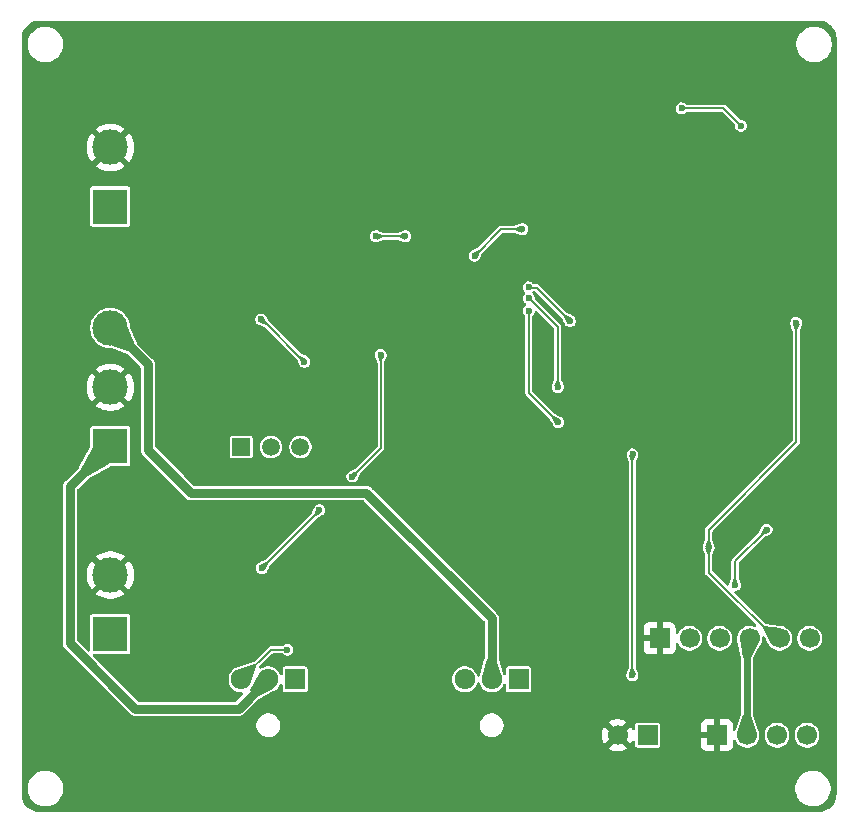
<source format=gbr>
%TF.GenerationSoftware,KiCad,Pcbnew,9.0.3*%
%TF.CreationDate,2025-07-27T16:10:42+12:00*%
%TF.ProjectId,ES-Speed-Box-Controller,45532d53-7065-4656-942d-426f782d436f,rev?*%
%TF.SameCoordinates,Original*%
%TF.FileFunction,Copper,L2,Bot*%
%TF.FilePolarity,Positive*%
%FSLAX46Y46*%
G04 Gerber Fmt 4.6, Leading zero omitted, Abs format (unit mm)*
G04 Created by KiCad (PCBNEW 9.0.3) date 2025-07-27 16:10:42*
%MOMM*%
%LPD*%
G01*
G04 APERTURE LIST*
%TA.AperFunction,ComponentPad*%
%ADD10R,1.508000X1.508000*%
%TD*%
%TA.AperFunction,ComponentPad*%
%ADD11C,1.508000*%
%TD*%
%TA.AperFunction,ComponentPad*%
%ADD12R,1.710000X1.800000*%
%TD*%
%TA.AperFunction,ComponentPad*%
%ADD13O,1.710000X1.800000*%
%TD*%
%TA.AperFunction,HeatsinkPad*%
%ADD14C,0.600000*%
%TD*%
%TA.AperFunction,ComponentPad*%
%ADD15R,3.000000X3.000000*%
%TD*%
%TA.AperFunction,ComponentPad*%
%ADD16C,3.000000*%
%TD*%
%TA.AperFunction,ComponentPad*%
%ADD17R,1.700000X1.700000*%
%TD*%
%TA.AperFunction,ComponentPad*%
%ADD18C,1.700000*%
%TD*%
%TA.AperFunction,ViaPad*%
%ADD19C,0.600000*%
%TD*%
%TA.AperFunction,Conductor*%
%ADD20C,0.800000*%
%TD*%
%TA.AperFunction,Conductor*%
%ADD21C,0.200000*%
%TD*%
%TA.AperFunction,Conductor*%
%ADD22C,0.600000*%
%TD*%
%TA.AperFunction,Conductor*%
%ADD23C,0.127000*%
%TD*%
G04 APERTURE END LIST*
D10*
%TO.P,RV500,1,1*%
%TO.N,/IO - Power Connectors/POWER_AMP_OUT*%
X79100000Y-66594293D03*
D11*
%TO.P,RV500,2,2*%
X81600000Y-66594293D03*
%TO.P,RV500,3,3*%
%TO.N,Net-(U501-IN+)*%
X84100000Y-66594293D03*
%TD*%
D12*
%TO.P,Q500,1,E*%
%TO.N,/IO - Power Connectors/POWER_AMP_OUT*%
X102575000Y-86275002D03*
D13*
%TO.P,Q500,2,C*%
%TO.N,+24VDC*%
X100295001Y-86275002D03*
%TO.P,Q500,3,B*%
%TO.N,Net-(Q500-B)*%
X98015000Y-86275002D03*
%TD*%
D14*
%TO.P,U300,41,GND*%
%TO.N,GND*%
X121615000Y-60500000D03*
X120215000Y-60500000D03*
X122315000Y-61200000D03*
X120915000Y-61200000D03*
X119515000Y-61200000D03*
X121615000Y-61900000D03*
X120215000Y-61900000D03*
X122315000Y-62600000D03*
X120915000Y-62600000D03*
X119515000Y-62600000D03*
X121615000Y-63300000D03*
X120215000Y-63300000D03*
%TD*%
D15*
%TO.P,J601,1,Pin_1*%
%TO.N,-24VDC*%
X68007500Y-66537500D03*
D16*
%TO.P,J601,2,Pin_2*%
%TO.N,GND*%
X68007500Y-61537500D03*
%TO.P,J601,3,Pin_3*%
%TO.N,+24VDC*%
X68007500Y-56537500D03*
%TD*%
D17*
%TO.P,J302,1,Pin_1*%
%TO.N,/MCU - ESP32S3/SPEED*%
X113500000Y-91000000D03*
D18*
%TO.P,J302,2,Pin_2*%
%TO.N,GND*%
X110960000Y-91000000D03*
%TD*%
D17*
%TO.P,J300,1,Pin_1*%
%TO.N,GND*%
X114515000Y-82800000D03*
D18*
%TO.P,J300,2,Pin_2*%
%TO.N,/MCU - ESP32S3/ESP_TXD*%
X117055000Y-82800000D03*
%TO.P,J300,3,Pin_3*%
%TO.N,/MCU - ESP32S3/ESP_RXD*%
X119595000Y-82800000D03*
%TO.P,J300,4,Pin_4*%
%TO.N,+3.3VDC*%
X122135000Y-82800000D03*
%TO.P,J300,5,Pin_5*%
%TO.N,/MCU - ESP32S3/ENABLE*%
X124675000Y-82800000D03*
%TO.P,J300,6,Pin_6*%
%TO.N,/MCU - ESP32S3/BOOT*%
X127215000Y-82800000D03*
%TD*%
D15*
%TO.P,J602,1,Pin_1*%
%TO.N,/IO - Power Connectors/POWER_AMP_OUT*%
X68007500Y-82437501D03*
D16*
%TO.P,J602,2,Pin_2*%
%TO.N,GND*%
X68007500Y-77437501D03*
%TD*%
D17*
%TO.P,J301,1,Pin_1*%
%TO.N,GND*%
X119380000Y-91000000D03*
D18*
%TO.P,J301,2,Pin_2*%
%TO.N,+3.3VDC*%
X121920000Y-91000000D03*
%TO.P,J301,3,Pin_3*%
%TO.N,/MCU - ESP32S3/I2C_SCL*%
X124459999Y-91000000D03*
%TO.P,J301,4,Pin_4*%
%TO.N,/MCU - ESP32S3/I2C_SDA*%
X127000000Y-91000000D03*
%TD*%
D12*
%TO.P,Q501,1,E*%
%TO.N,/IO - Power Connectors/POWER_AMP_OUT*%
X83652499Y-86275002D03*
D13*
%TO.P,Q501,2,C*%
%TO.N,-24VDC*%
X81372500Y-86275002D03*
%TO.P,Q501,3,B*%
%TO.N,Net-(Q500-B)*%
X79092499Y-86275002D03*
%TD*%
D15*
%TO.P,J600,1,Pin_1*%
%TO.N,+12VDC*%
X68007500Y-46237500D03*
D16*
%TO.P,J600,2,Pin_2*%
%TO.N,GND*%
X68007500Y-41237500D03*
%TD*%
D19*
%TO.N,GND*%
X100300000Y-65600000D03*
X77100000Y-38800000D03*
X84100000Y-39800000D03*
X117497500Y-40200000D03*
X128275000Y-48775000D03*
X82100000Y-38800000D03*
X118300000Y-42450000D03*
X111100000Y-35250000D03*
X109850000Y-36250000D03*
X101300000Y-64600000D03*
X78100000Y-38800000D03*
X83100000Y-39800000D03*
X88125000Y-73900000D03*
X111100000Y-34250000D03*
X108850000Y-34250000D03*
X89700000Y-50300000D03*
X128575000Y-70800000D03*
X83100000Y-38800000D03*
X109850000Y-35250000D03*
X99775002Y-55850000D03*
X78100000Y-39800000D03*
X117497500Y-41305000D03*
X77100000Y-39800000D03*
X116650000Y-42450000D03*
X79100000Y-39800000D03*
X109850000Y-37000000D03*
X116650000Y-40200000D03*
X78025000Y-73700000D03*
X111100000Y-37000000D03*
X107850000Y-34250000D03*
X76300000Y-59500000D03*
X112350000Y-36250000D03*
X118300000Y-40200000D03*
X79100000Y-38800000D03*
X100300000Y-70300000D03*
X101300000Y-69300000D03*
X101300000Y-70300000D03*
X76825000Y-79375000D03*
X112350000Y-37000000D03*
X118300000Y-41305000D03*
X109850000Y-34250000D03*
X83450000Y-81000000D03*
X100300000Y-64600000D03*
X100300000Y-69300000D03*
X101300000Y-65600000D03*
X108850000Y-35250000D03*
X111100000Y-36250000D03*
X117500000Y-42450000D03*
X107850000Y-35250000D03*
X82100000Y-39800000D03*
X92300000Y-53900000D03*
X84100000Y-38800000D03*
X116650000Y-41300000D03*
%TO.N,Net-(U200-SW)*%
X116375000Y-37925000D03*
X121400000Y-39400000D03*
%TO.N,+3.3VDC*%
X102900000Y-48150000D03*
X98850000Y-50400000D03*
%TO.N,/MCU - ESP32S3/ENABLE*%
X126075000Y-56100000D03*
X118675000Y-75100000D03*
%TO.N,/MCU - ESP32S3/ESP_RXD*%
X123575000Y-73600000D03*
X120900000Y-78275000D03*
%TO.N,Net-(Q500-B)*%
X82994631Y-83757756D03*
%TO.N,/IO - AD9833 DDS/SPI_CLK*%
X105900000Y-61525000D03*
X103450000Y-54000000D03*
%TO.N,/IO - AD9833 DDS/SPI_MOSI*%
X105925000Y-64500000D03*
X103450000Y-55075000D03*
%TO.N,/IO - AD9833 DDS/SPI_CS*%
X106925000Y-55925000D03*
X103428107Y-53075001D03*
%TO.N,Net-(U500-IN+)*%
X80775000Y-55800000D03*
X84450000Y-59400000D03*
%TO.N,Net-(U501-IN-)*%
X85700000Y-71950000D03*
X88500000Y-69100000D03*
X90900000Y-58800000D03*
X80850000Y-76850000D03*
%TO.N,/IO - AD9833 DDS/DDS_OUT*%
X93000000Y-48750000D03*
X90500000Y-48750000D03*
%TO.N,/MCU - ESP32S3/SPEED*%
X112200000Y-85925000D03*
X112225000Y-67225000D03*
%TD*%
D20*
%TO.N,+24VDC*%
X71200000Y-59600000D02*
X71200000Y-66850000D01*
X68137500Y-56537500D02*
X71200000Y-59600000D01*
X68000000Y-56537500D02*
X68137500Y-56537500D01*
X100295001Y-81095001D02*
X100295001Y-86275002D01*
X89700000Y-70500000D02*
X100295001Y-81095001D01*
X71200000Y-66850000D02*
X74850000Y-70500000D01*
X74850000Y-70500000D02*
X89700000Y-70500000D01*
D21*
%TO.N,Net-(U200-SW)*%
X119925000Y-37925000D02*
X121400000Y-39400000D01*
X119925000Y-37925000D02*
X116375000Y-37925000D01*
D22*
%TO.N,+3.3VDC*%
X121920000Y-83015000D02*
X122135000Y-82800000D01*
D21*
X101100000Y-48150000D02*
X102900000Y-48150000D01*
D22*
X122135000Y-82800000D02*
X122135000Y-83225000D01*
D21*
X98850000Y-50400000D02*
X101100000Y-48150000D01*
D22*
X121920000Y-91000000D02*
X121920000Y-83015000D01*
D21*
%TO.N,/MCU - ESP32S3/ENABLE*%
X118675000Y-73600000D02*
X126075000Y-66200000D01*
X118675000Y-75100000D02*
X118675000Y-73600000D01*
X118675000Y-77225000D02*
X124675000Y-83225000D01*
X126075000Y-66200000D02*
X126075000Y-56100000D01*
X118675000Y-75100000D02*
X118675000Y-77225000D01*
%TO.N,/MCU - ESP32S3/ESP_RXD*%
X120900000Y-78275000D02*
X120900000Y-76275000D01*
X120900000Y-76275000D02*
X123575000Y-73600000D01*
D20*
%TO.N,-24VDC*%
X64600000Y-83232001D02*
X64600000Y-69937500D01*
X78897502Y-88750000D02*
X70117999Y-88750000D01*
X70117999Y-88750000D02*
X64600000Y-83232001D01*
X64600000Y-69937500D02*
X68000000Y-66537500D01*
X81372500Y-86275002D02*
X78897502Y-88750000D01*
D21*
%TO.N,Net-(Q500-B)*%
X81609745Y-83757756D02*
X79092499Y-86275002D01*
X82994631Y-83757756D02*
X81609745Y-83757756D01*
%TO.N,/IO - AD9833 DDS/SPI_CLK*%
X103450000Y-54000000D02*
X103450000Y-53951910D01*
X103450000Y-53951910D02*
X103475735Y-53926175D01*
X105900000Y-56450000D02*
X103450000Y-54000000D01*
X105900000Y-61525000D02*
X105900000Y-56450000D01*
%TO.N,/IO - AD9833 DDS/SPI_MOSI*%
X103450000Y-55075000D02*
X103450000Y-62025000D01*
X103450000Y-62025000D02*
X105925000Y-64500000D01*
%TO.N,/IO - AD9833 DDS/SPI_CS*%
X104100000Y-53100000D02*
X103453106Y-53100000D01*
X103453106Y-53100000D02*
X103428107Y-53075001D01*
X106925000Y-55925000D02*
X104100000Y-53100000D01*
%TO.N,Net-(U500-IN+)*%
X80850000Y-55800000D02*
X80775000Y-55800000D01*
X84450000Y-59400000D02*
X80850000Y-55800000D01*
%TO.N,Net-(U501-IN-)*%
X80850000Y-76850000D02*
X85700000Y-72000000D01*
D23*
X85700000Y-72000000D02*
X85700000Y-71950000D01*
X90900000Y-66700000D02*
X90900000Y-58800000D01*
X88500000Y-69100000D02*
X90900000Y-66700000D01*
D21*
%TO.N,/IO - AD9833 DDS/DDS_OUT*%
X93000000Y-48750000D02*
X90500000Y-48750000D01*
%TO.N,/MCU - ESP32S3/SPEED*%
X112200000Y-67250000D02*
X112225000Y-67225000D01*
X112200000Y-85925000D02*
X112200000Y-67250000D01*
%TD*%
%TA.AperFunction,Conductor*%
%TO.N,+3.3VDC*%
G36*
X122139017Y-82801689D02*
G01*
X122833032Y-83266398D01*
X122837999Y-83273849D01*
X122836894Y-83281534D01*
X122223281Y-84457013D01*
X122216415Y-84462761D01*
X122212909Y-84463299D01*
X121629472Y-84463299D01*
X121621199Y-84459872D01*
X121618028Y-84454034D01*
X121366537Y-83272235D01*
X121303798Y-82977410D01*
X121305428Y-82968606D01*
X121312807Y-82963532D01*
X121312946Y-82963503D01*
X122130235Y-82799953D01*
X122139017Y-82801689D01*
G37*
%TD.AperFunction*%
%TD*%
%TA.AperFunction,Conductor*%
%TO.N,/IO - AD9833 DDS/DDS_OUT*%
G36*
X90571282Y-48460389D02*
G01*
X91086525Y-48647204D01*
X91093134Y-48653244D01*
X91094236Y-48658202D01*
X91094236Y-48841797D01*
X91090809Y-48850070D01*
X91086524Y-48852796D01*
X90571290Y-49039608D01*
X90562344Y-49039207D01*
X90556303Y-49032597D01*
X90555837Y-49030939D01*
X90499469Y-48752318D01*
X90499469Y-48747680D01*
X90555835Y-48469067D01*
X90560834Y-48461641D01*
X90569622Y-48459922D01*
X90571282Y-48460389D01*
G37*
%TD.AperFunction*%
%TD*%
%TA.AperFunction,Conductor*%
%TO.N,/MCU - ESP32S3/SPEED*%
G36*
X112300070Y-85334191D02*
G01*
X112302796Y-85338476D01*
X112489608Y-85853709D01*
X112489207Y-85862655D01*
X112482597Y-85868696D01*
X112480929Y-85869165D01*
X112202320Y-85925530D01*
X112197680Y-85925530D01*
X111919070Y-85869165D01*
X111911641Y-85864165D01*
X111909922Y-85855377D01*
X111910387Y-85853720D01*
X112097204Y-85338476D01*
X112103245Y-85331866D01*
X112108203Y-85330764D01*
X112291797Y-85330764D01*
X112300070Y-85334191D01*
G37*
%TD.AperFunction*%
%TD*%
%TA.AperFunction,Conductor*%
%TO.N,Net-(U500-IN+)*%
G36*
X81030324Y-55643465D02*
G01*
X81030684Y-55644042D01*
X81298858Y-56104188D01*
X81300063Y-56113061D01*
X81297022Y-56118352D01*
X81167213Y-56248161D01*
X81158940Y-56251588D01*
X81155004Y-56250906D01*
X80725955Y-56097623D01*
X80719317Y-56091612D01*
X80718410Y-56084354D01*
X80773353Y-55804085D01*
X80778304Y-55796631D01*
X81014109Y-55640183D01*
X81022895Y-55638465D01*
X81030324Y-55643465D01*
G37*
%TD.AperFunction*%
%TD*%
%TA.AperFunction,Conductor*%
%TO.N,+3.3VDC*%
G36*
X122219984Y-89319760D02*
G01*
X122222749Y-89324152D01*
X122749198Y-90821462D01*
X122748709Y-90830404D01*
X122742041Y-90836381D01*
X122740456Y-90836816D01*
X121922296Y-91000540D01*
X121917704Y-91000540D01*
X121099543Y-90836816D01*
X121092103Y-90831832D01*
X121090366Y-90823047D01*
X121090796Y-90821476D01*
X121617251Y-89324152D01*
X121623228Y-89317484D01*
X121628289Y-89316333D01*
X122211711Y-89316333D01*
X122219984Y-89319760D01*
G37*
%TD.AperFunction*%
%TD*%
%TA.AperFunction,Conductor*%
%TO.N,-24VDC*%
G36*
X80655966Y-85798675D02*
G01*
X80656819Y-85799189D01*
X81370873Y-86272747D01*
X81374587Y-86276733D01*
X81804435Y-87035847D01*
X81805530Y-87044735D01*
X81800019Y-87051793D01*
X81799749Y-87051941D01*
X80442951Y-87773813D01*
X80434038Y-87774674D01*
X80429183Y-87771757D01*
X79875818Y-87218392D01*
X79872391Y-87210119D01*
X79873826Y-87204505D01*
X80640087Y-85803325D01*
X80647063Y-85797712D01*
X80655966Y-85798675D01*
G37*
%TD.AperFunction*%
%TD*%
%TA.AperFunction,Conductor*%
%TO.N,/MCU - ESP32S3/SPEED*%
G36*
X112505370Y-67280721D02*
G01*
X112512798Y-67285721D01*
X112514517Y-67294509D01*
X112513877Y-67296620D01*
X112302975Y-67811967D01*
X112296670Y-67818326D01*
X112292147Y-67819236D01*
X112108574Y-67819236D01*
X112100301Y-67815809D01*
X112097417Y-67811060D01*
X111934684Y-67295937D01*
X111935460Y-67287016D01*
X111942317Y-67281256D01*
X111943500Y-67280950D01*
X112222682Y-67224469D01*
X112227318Y-67224469D01*
X112505370Y-67280721D01*
G37*
%TD.AperFunction*%
%TD*%
%TA.AperFunction,Conductor*%
%TO.N,/MCU - ESP32S3/ESP_RXD*%
G36*
X121000070Y-77684191D02*
G01*
X121002796Y-77688476D01*
X121189608Y-78203709D01*
X121189207Y-78212655D01*
X121182597Y-78218696D01*
X121180929Y-78219165D01*
X120902320Y-78275530D01*
X120897680Y-78275530D01*
X120619070Y-78219165D01*
X120611641Y-78214165D01*
X120609922Y-78205377D01*
X120610387Y-78203720D01*
X120797204Y-77688476D01*
X120803245Y-77681866D01*
X120808203Y-77680764D01*
X120991797Y-77680764D01*
X121000070Y-77684191D01*
G37*
%TD.AperFunction*%
%TD*%
%TA.AperFunction,Conductor*%
%TO.N,/MCU - ESP32S3/ENABLE*%
G36*
X123387776Y-81791387D02*
G01*
X124828300Y-81964824D01*
X124836103Y-81969215D01*
X124838516Y-81977839D01*
X124838377Y-81978711D01*
X124676650Y-82795937D01*
X124671683Y-82803388D01*
X124671662Y-82803402D01*
X123978909Y-83265130D01*
X123970124Y-83266867D01*
X123962684Y-83261883D01*
X123962138Y-83260976D01*
X123713721Y-82803402D01*
X123244876Y-81939806D01*
X123243940Y-81930901D01*
X123246883Y-81925953D01*
X123378106Y-81794730D01*
X123386378Y-81791304D01*
X123387776Y-81791387D01*
G37*
%TD.AperFunction*%
%TD*%
%TA.AperFunction,Conductor*%
%TO.N,Net-(U501-IN-)*%
G36*
X88877102Y-68637878D02*
G01*
X88880709Y-68640334D01*
X88959665Y-68719290D01*
X88963092Y-68727563D01*
X88962278Y-68731850D01*
X88797807Y-69149457D01*
X88791587Y-69155899D01*
X88784670Y-69156651D01*
X88507010Y-69102219D01*
X88499551Y-69097265D01*
X88497780Y-69092989D01*
X88443348Y-68815329D01*
X88445119Y-68806551D01*
X88450541Y-68802192D01*
X88868151Y-68637721D01*
X88877102Y-68637878D01*
G37*
%TD.AperFunction*%
%TD*%
%TA.AperFunction,Conductor*%
%TO.N,Net-(U501-IN-)*%
G36*
X81205277Y-76364902D02*
G01*
X81335097Y-76494722D01*
X81338524Y-76502995D01*
X81337422Y-76507953D01*
X81105193Y-77004373D01*
X81098583Y-77010414D01*
X81089637Y-77010013D01*
X81088127Y-77009164D01*
X80851265Y-76852015D01*
X80847984Y-76848734D01*
X80690835Y-76611872D01*
X80689116Y-76603084D01*
X80694116Y-76595655D01*
X80695621Y-76594808D01*
X81192048Y-76362576D01*
X81200992Y-76362176D01*
X81205277Y-76364902D01*
G37*
%TD.AperFunction*%
%TD*%
%TA.AperFunction,Conductor*%
%TO.N,Net-(U500-IN+)*%
G36*
X84107949Y-58912576D02*
G01*
X84418713Y-59057953D01*
X84604373Y-59144806D01*
X84610414Y-59151416D01*
X84610013Y-59160362D01*
X84609164Y-59161872D01*
X84452015Y-59398734D01*
X84448734Y-59402015D01*
X84211872Y-59559164D01*
X84203084Y-59560883D01*
X84195655Y-59555883D01*
X84194806Y-59554373D01*
X84121997Y-59398734D01*
X83962576Y-59057951D01*
X83962176Y-59049007D01*
X83964900Y-59044724D01*
X84094723Y-58914901D01*
X84102995Y-58911475D01*
X84107949Y-58912576D01*
G37*
%TD.AperFunction*%
%TD*%
%TA.AperFunction,Conductor*%
%TO.N,/IO - AD9833 DDS/SPI_CS*%
G36*
X106582949Y-55437576D02*
G01*
X106893713Y-55582953D01*
X107079373Y-55669806D01*
X107085414Y-55676416D01*
X107085013Y-55685362D01*
X107084164Y-55686872D01*
X106927015Y-55923734D01*
X106923734Y-55927015D01*
X106686872Y-56084164D01*
X106678084Y-56085883D01*
X106670655Y-56080883D01*
X106669806Y-56079373D01*
X106596997Y-55923734D01*
X106437576Y-55582951D01*
X106437176Y-55574007D01*
X106439900Y-55569724D01*
X106569723Y-55439901D01*
X106577995Y-55436475D01*
X106582949Y-55437576D01*
G37*
%TD.AperFunction*%
%TD*%
%TA.AperFunction,Conductor*%
%TO.N,Net-(U501-IN-)*%
G36*
X90906525Y-58803386D02*
G01*
X91141351Y-58961233D01*
X91146305Y-58968692D01*
X91145553Y-58975609D01*
X90966559Y-59387202D01*
X90960117Y-59393422D01*
X90955830Y-59394236D01*
X90844170Y-59394236D01*
X90835897Y-59390809D01*
X90833441Y-59387202D01*
X90654446Y-58975609D01*
X90654289Y-58966656D01*
X90658646Y-58961234D01*
X90893473Y-58803386D01*
X90902251Y-58801616D01*
X90906525Y-58803386D01*
G37*
%TD.AperFunction*%
%TD*%
%TA.AperFunction,Conductor*%
%TO.N,+24VDC*%
G36*
X69487157Y-56553800D02*
G01*
X69495390Y-56557321D01*
X69497715Y-56560750D01*
X70110774Y-57941008D01*
X70111000Y-57949960D01*
X70108354Y-57954030D01*
X69553534Y-58508850D01*
X69545261Y-58512277D01*
X69541423Y-58511629D01*
X68146497Y-58027147D01*
X68139807Y-58021197D01*
X68138684Y-58017138D01*
X68007941Y-56549678D01*
X68010620Y-56541134D01*
X68018557Y-56536986D01*
X68019716Y-56536941D01*
X69487157Y-56553800D01*
G37*
%TD.AperFunction*%
%TD*%
%TA.AperFunction,Conductor*%
%TO.N,+24VDC*%
G36*
X100694462Y-84539858D02*
G01*
X100697434Y-84544901D01*
X101130239Y-86051598D01*
X101129230Y-86060495D01*
X101122224Y-86066073D01*
X101121872Y-86066169D01*
X100297879Y-86275271D01*
X100292123Y-86275271D01*
X99641323Y-86110120D01*
X99468128Y-86066168D01*
X99460953Y-86060812D01*
X99459666Y-86051950D01*
X99459748Y-86051647D01*
X99892568Y-84544901D01*
X99898146Y-84537895D01*
X99903813Y-84536431D01*
X100686189Y-84536431D01*
X100694462Y-84539858D01*
G37*
%TD.AperFunction*%
%TD*%
%TA.AperFunction,Conductor*%
%TO.N,GND*%
G36*
X128004418Y-30500816D02*
G01*
X128204561Y-30515130D01*
X128222063Y-30517647D01*
X128413797Y-30559355D01*
X128430755Y-30564334D01*
X128614609Y-30632909D01*
X128630701Y-30640259D01*
X128802904Y-30734288D01*
X128817784Y-30743849D01*
X128974867Y-30861441D01*
X128988237Y-30873027D01*
X129126972Y-31011762D01*
X129138558Y-31025132D01*
X129256146Y-31182210D01*
X129265711Y-31197095D01*
X129359740Y-31369298D01*
X129367090Y-31385390D01*
X129435662Y-31569236D01*
X129440646Y-31586212D01*
X129482351Y-31777931D01*
X129484869Y-31795442D01*
X129499184Y-31995580D01*
X129499500Y-32004427D01*
X129499500Y-95995572D01*
X129499184Y-96004419D01*
X129484869Y-96204557D01*
X129482351Y-96222068D01*
X129440646Y-96413787D01*
X129435662Y-96430763D01*
X129367090Y-96614609D01*
X129359740Y-96630701D01*
X129265711Y-96802904D01*
X129256146Y-96817789D01*
X129138558Y-96974867D01*
X129126972Y-96988237D01*
X128988237Y-97126972D01*
X128974867Y-97138558D01*
X128817789Y-97256146D01*
X128802904Y-97265711D01*
X128630701Y-97359740D01*
X128614609Y-97367090D01*
X128430763Y-97435662D01*
X128413787Y-97440646D01*
X128222068Y-97482351D01*
X128204557Y-97484869D01*
X128023779Y-97497799D01*
X128004417Y-97499184D01*
X127995572Y-97499500D01*
X62004428Y-97499500D01*
X61995582Y-97499184D01*
X61973622Y-97497613D01*
X61795442Y-97484869D01*
X61777931Y-97482351D01*
X61586212Y-97440646D01*
X61569236Y-97435662D01*
X61385390Y-97367090D01*
X61369298Y-97359740D01*
X61197095Y-97265711D01*
X61182210Y-97256146D01*
X61025132Y-97138558D01*
X61011762Y-97126972D01*
X60873027Y-96988237D01*
X60861441Y-96974867D01*
X60743849Y-96817784D01*
X60734288Y-96802904D01*
X60640259Y-96630701D01*
X60632909Y-96614609D01*
X60581774Y-96477512D01*
X60564334Y-96430755D01*
X60559355Y-96413797D01*
X60517647Y-96222063D01*
X60515130Y-96204556D01*
X60500816Y-96004418D01*
X60500500Y-95995572D01*
X60500500Y-95381902D01*
X60999500Y-95381902D01*
X60999500Y-95618097D01*
X61036446Y-95851368D01*
X61109433Y-96075996D01*
X61174939Y-96204557D01*
X61216657Y-96286433D01*
X61355483Y-96477510D01*
X61522490Y-96644517D01*
X61713567Y-96783343D01*
X61781171Y-96817789D01*
X61924003Y-96890566D01*
X61924005Y-96890566D01*
X61924008Y-96890568D01*
X62044412Y-96929689D01*
X62148631Y-96963553D01*
X62381903Y-97000500D01*
X62381908Y-97000500D01*
X62618097Y-97000500D01*
X62851368Y-96963553D01*
X63075992Y-96890568D01*
X63286433Y-96783343D01*
X63477510Y-96644517D01*
X63644517Y-96477510D01*
X63783343Y-96286433D01*
X63890568Y-96075992D01*
X63963553Y-95851368D01*
X64000500Y-95618097D01*
X64000500Y-95381902D01*
X125999500Y-95381902D01*
X125999500Y-95618097D01*
X126036446Y-95851368D01*
X126109433Y-96075996D01*
X126174939Y-96204557D01*
X126216657Y-96286433D01*
X126355483Y-96477510D01*
X126522490Y-96644517D01*
X126713567Y-96783343D01*
X126781171Y-96817789D01*
X126924003Y-96890566D01*
X126924005Y-96890566D01*
X126924008Y-96890568D01*
X127044412Y-96929689D01*
X127148631Y-96963553D01*
X127381903Y-97000500D01*
X127381908Y-97000500D01*
X127618097Y-97000500D01*
X127851368Y-96963553D01*
X128075992Y-96890568D01*
X128286433Y-96783343D01*
X128477510Y-96644517D01*
X128644517Y-96477510D01*
X128783343Y-96286433D01*
X128890568Y-96075992D01*
X128963553Y-95851368D01*
X129000500Y-95618097D01*
X129000500Y-95381902D01*
X128963553Y-95148631D01*
X128890566Y-94924003D01*
X128783342Y-94713566D01*
X128644517Y-94522490D01*
X128477510Y-94355483D01*
X128286433Y-94216657D01*
X128075996Y-94109433D01*
X127851368Y-94036446D01*
X127618097Y-93999500D01*
X127618092Y-93999500D01*
X127381908Y-93999500D01*
X127381903Y-93999500D01*
X127148631Y-94036446D01*
X126924003Y-94109433D01*
X126713566Y-94216657D01*
X126604550Y-94295862D01*
X126522490Y-94355483D01*
X126522488Y-94355485D01*
X126522487Y-94355485D01*
X126355485Y-94522487D01*
X126355485Y-94522488D01*
X126355483Y-94522490D01*
X126295862Y-94604550D01*
X126216657Y-94713566D01*
X126109433Y-94924003D01*
X126036446Y-95148631D01*
X125999500Y-95381902D01*
X64000500Y-95381902D01*
X63963553Y-95148631D01*
X63890566Y-94924003D01*
X63783342Y-94713566D01*
X63644517Y-94522490D01*
X63477510Y-94355483D01*
X63286433Y-94216657D01*
X63075996Y-94109433D01*
X62851368Y-94036446D01*
X62618097Y-93999500D01*
X62618092Y-93999500D01*
X62381908Y-93999500D01*
X62381903Y-93999500D01*
X62148631Y-94036446D01*
X61924003Y-94109433D01*
X61713566Y-94216657D01*
X61604550Y-94295862D01*
X61522490Y-94355483D01*
X61522488Y-94355485D01*
X61522487Y-94355485D01*
X61355485Y-94522487D01*
X61355485Y-94522488D01*
X61355483Y-94522490D01*
X61295862Y-94604550D01*
X61216657Y-94713566D01*
X61109433Y-94924003D01*
X61036446Y-95148631D01*
X60999500Y-95381902D01*
X60500500Y-95381902D01*
X60500500Y-90248543D01*
X80376998Y-90248543D01*
X80415446Y-90441829D01*
X80415449Y-90441839D01*
X80490863Y-90623907D01*
X80490870Y-90623920D01*
X80600359Y-90787781D01*
X80600362Y-90787785D01*
X80739713Y-90927136D01*
X80739717Y-90927139D01*
X80903578Y-91036628D01*
X80903591Y-91036635D01*
X81064935Y-91103465D01*
X81085664Y-91112051D01*
X81085668Y-91112051D01*
X81085669Y-91112052D01*
X81278955Y-91150500D01*
X81278958Y-91150500D01*
X81476042Y-91150500D01*
X81606081Y-91124632D01*
X81669334Y-91112051D01*
X81851413Y-91036632D01*
X82015281Y-90927139D01*
X82154638Y-90787782D01*
X82264131Y-90623914D01*
X82339550Y-90441835D01*
X82377999Y-90248543D01*
X99299499Y-90248543D01*
X99337947Y-90441829D01*
X99337950Y-90441839D01*
X99413364Y-90623907D01*
X99413371Y-90623920D01*
X99522860Y-90787781D01*
X99522863Y-90787785D01*
X99662214Y-90927136D01*
X99662218Y-90927139D01*
X99826079Y-91036628D01*
X99826092Y-91036635D01*
X99987436Y-91103465D01*
X100008165Y-91112051D01*
X100008169Y-91112051D01*
X100008170Y-91112052D01*
X100201456Y-91150500D01*
X100201459Y-91150500D01*
X100398543Y-91150500D01*
X100528582Y-91124632D01*
X100591835Y-91112051D01*
X100773914Y-91036632D01*
X100937782Y-90927139D01*
X100971168Y-90893753D01*
X109610000Y-90893753D01*
X109610000Y-91106246D01*
X109643242Y-91316127D01*
X109643242Y-91316130D01*
X109708904Y-91518217D01*
X109805375Y-91707550D01*
X109844728Y-91761716D01*
X110477037Y-91129408D01*
X110494075Y-91192993D01*
X110559901Y-91307007D01*
X110652993Y-91400099D01*
X110767007Y-91465925D01*
X110830590Y-91482962D01*
X110198282Y-92115269D01*
X110198282Y-92115270D01*
X110252449Y-92154624D01*
X110441782Y-92251095D01*
X110643870Y-92316757D01*
X110853754Y-92350000D01*
X111066246Y-92350000D01*
X111276127Y-92316757D01*
X111276130Y-92316757D01*
X111478217Y-92251095D01*
X111667554Y-92154622D01*
X111721716Y-92115270D01*
X111721717Y-92115270D01*
X111089408Y-91482962D01*
X111152993Y-91465925D01*
X111267007Y-91400099D01*
X111360099Y-91307007D01*
X111425925Y-91192993D01*
X111442962Y-91129408D01*
X112075270Y-91761717D01*
X112075270Y-91761716D01*
X112114622Y-91707554D01*
X112213306Y-91513879D01*
X112214321Y-91514396D01*
X112254779Y-91464192D01*
X112321073Y-91442127D01*
X112388772Y-91459406D01*
X112436383Y-91510542D01*
X112449500Y-91566048D01*
X112449500Y-91869752D01*
X112461131Y-91928229D01*
X112461132Y-91928230D01*
X112505447Y-91994552D01*
X112571769Y-92038867D01*
X112571770Y-92038868D01*
X112630247Y-92050499D01*
X112630250Y-92050500D01*
X112630252Y-92050500D01*
X114369750Y-92050500D01*
X114369751Y-92050499D01*
X114384568Y-92047552D01*
X114428229Y-92038868D01*
X114428229Y-92038867D01*
X114428231Y-92038867D01*
X114494552Y-91994552D01*
X114538867Y-91928231D01*
X114538867Y-91928229D01*
X114538868Y-91928229D01*
X114550499Y-91869752D01*
X114550500Y-91869750D01*
X114550500Y-90130249D01*
X114550499Y-90130247D01*
X114549066Y-90123038D01*
X114549066Y-90123037D01*
X114544912Y-90102155D01*
X118030000Y-90102155D01*
X118030000Y-90750000D01*
X118946988Y-90750000D01*
X118914075Y-90807007D01*
X118880000Y-90934174D01*
X118880000Y-91065826D01*
X118914075Y-91192993D01*
X118946988Y-91250000D01*
X118030000Y-91250000D01*
X118030000Y-91897844D01*
X118036401Y-91957372D01*
X118036403Y-91957379D01*
X118086645Y-92092086D01*
X118086649Y-92092093D01*
X118172809Y-92207187D01*
X118172812Y-92207190D01*
X118287906Y-92293350D01*
X118287913Y-92293354D01*
X118422620Y-92343596D01*
X118422627Y-92343598D01*
X118482155Y-92349999D01*
X118482172Y-92350000D01*
X119130000Y-92350000D01*
X119130000Y-91433012D01*
X119187007Y-91465925D01*
X119314174Y-91500000D01*
X119445826Y-91500000D01*
X119572993Y-91465925D01*
X119630000Y-91433012D01*
X119630000Y-92350000D01*
X120277828Y-92350000D01*
X120277844Y-92349999D01*
X120337372Y-92343598D01*
X120337379Y-92343596D01*
X120472086Y-92293354D01*
X120472093Y-92293350D01*
X120587187Y-92207190D01*
X120587190Y-92207187D01*
X120673350Y-92092093D01*
X120673354Y-92092086D01*
X120723596Y-91957379D01*
X120723598Y-91957372D01*
X120729999Y-91897844D01*
X120730000Y-91897827D01*
X120730000Y-91495564D01*
X120749685Y-91428525D01*
X120802489Y-91382770D01*
X120871647Y-91372826D01*
X120935203Y-91401851D01*
X120968561Y-91448112D01*
X120975939Y-91465925D01*
X120989059Y-91497598D01*
X121034796Y-91566048D01*
X121104024Y-91669657D01*
X121250342Y-91815975D01*
X121250345Y-91815977D01*
X121422402Y-91930941D01*
X121613580Y-92010130D01*
X121758052Y-92038867D01*
X121816530Y-92050499D01*
X121816534Y-92050500D01*
X121816535Y-92050500D01*
X122023466Y-92050500D01*
X122023467Y-92050499D01*
X122226420Y-92010130D01*
X122417598Y-91930941D01*
X122589655Y-91815977D01*
X122735977Y-91669655D01*
X122850941Y-91497598D01*
X122930130Y-91306420D01*
X122970500Y-91103465D01*
X122970500Y-90896535D01*
X122970499Y-90896530D01*
X123409499Y-90896530D01*
X123409499Y-91103469D01*
X123449867Y-91306412D01*
X123449869Y-91306420D01*
X123529057Y-91497596D01*
X123644023Y-91669657D01*
X123790341Y-91815975D01*
X123790344Y-91815977D01*
X123962401Y-91930941D01*
X124153579Y-92010130D01*
X124298051Y-92038867D01*
X124356529Y-92050499D01*
X124356533Y-92050500D01*
X124356534Y-92050500D01*
X124563465Y-92050500D01*
X124563466Y-92050499D01*
X124766419Y-92010130D01*
X124957597Y-91930941D01*
X125129654Y-91815977D01*
X125275976Y-91669655D01*
X125390940Y-91497598D01*
X125470129Y-91306420D01*
X125510499Y-91103465D01*
X125510499Y-90896535D01*
X125510498Y-90896530D01*
X125949500Y-90896530D01*
X125949500Y-91103469D01*
X125989868Y-91306412D01*
X125989870Y-91306420D01*
X126069058Y-91497596D01*
X126184024Y-91669657D01*
X126330342Y-91815975D01*
X126330345Y-91815977D01*
X126502402Y-91930941D01*
X126693580Y-92010130D01*
X126838052Y-92038867D01*
X126896530Y-92050499D01*
X126896534Y-92050500D01*
X126896535Y-92050500D01*
X127103466Y-92050500D01*
X127103467Y-92050499D01*
X127306420Y-92010130D01*
X127497598Y-91930941D01*
X127669655Y-91815977D01*
X127815977Y-91669655D01*
X127930941Y-91497598D01*
X128010130Y-91306420D01*
X128050500Y-91103465D01*
X128050500Y-90896535D01*
X128010130Y-90693580D01*
X127930941Y-90502402D01*
X127815977Y-90330345D01*
X127815975Y-90330342D01*
X127669657Y-90184024D01*
X127501655Y-90071770D01*
X127497598Y-90069059D01*
X127306420Y-89989870D01*
X127306412Y-89989868D01*
X127103469Y-89949500D01*
X127103465Y-89949500D01*
X126896535Y-89949500D01*
X126896530Y-89949500D01*
X126693587Y-89989868D01*
X126693579Y-89989870D01*
X126502403Y-90069058D01*
X126330342Y-90184024D01*
X126184024Y-90330342D01*
X126069058Y-90502403D01*
X125989870Y-90693579D01*
X125989868Y-90693587D01*
X125949500Y-90896530D01*
X125510498Y-90896530D01*
X125470129Y-90693580D01*
X125390940Y-90502402D01*
X125275976Y-90330345D01*
X125275974Y-90330342D01*
X125129656Y-90184024D01*
X124961654Y-90071770D01*
X124957597Y-90069059D01*
X124766419Y-89989870D01*
X124766411Y-89989868D01*
X124563468Y-89949500D01*
X124563464Y-89949500D01*
X124356534Y-89949500D01*
X124356529Y-89949500D01*
X124153586Y-89989868D01*
X124153578Y-89989870D01*
X123962402Y-90069058D01*
X123790341Y-90184024D01*
X123644023Y-90330342D01*
X123529057Y-90502403D01*
X123449869Y-90693579D01*
X123449867Y-90693587D01*
X123409499Y-90896530D01*
X122970499Y-90896530D01*
X122946290Y-90774830D01*
X122946202Y-90774363D01*
X122946211Y-90774270D01*
X122945265Y-90768731D01*
X122943064Y-90753299D01*
X122943062Y-90753294D01*
X122943062Y-90753291D01*
X122942159Y-90749600D01*
X122938919Y-90737766D01*
X122930130Y-90693580D01*
X122878087Y-90567939D01*
X122875668Y-90561616D01*
X122870439Y-90546745D01*
X122427520Y-89287003D01*
X122420500Y-89245874D01*
X122420500Y-84553702D01*
X122434576Y-84496320D01*
X122615359Y-84150000D01*
X123019067Y-83376630D01*
X123019291Y-83375934D01*
X123019786Y-83374910D01*
X123021092Y-83371792D01*
X123021260Y-83371862D01*
X123034207Y-83345089D01*
X123065941Y-83297598D01*
X123145130Y-83106420D01*
X123185500Y-82903465D01*
X123185500Y-82749442D01*
X123205185Y-82682403D01*
X123257989Y-82636648D01*
X123327147Y-82626704D01*
X123390703Y-82655729D01*
X123418475Y-82690278D01*
X123730765Y-83265504D01*
X123744059Y-83297598D01*
X123766083Y-83330560D01*
X123768794Y-83335553D01*
X123768795Y-83335555D01*
X123781532Y-83359016D01*
X123786083Y-83366971D01*
X123786619Y-83367863D01*
X123786626Y-83367871D01*
X123793934Y-83375542D01*
X123807257Y-83392183D01*
X123859022Y-83469654D01*
X123859025Y-83469658D01*
X124005342Y-83615975D01*
X124005345Y-83615977D01*
X124177402Y-83730941D01*
X124368580Y-83810130D01*
X124571530Y-83850499D01*
X124571534Y-83850500D01*
X124571535Y-83850500D01*
X124778466Y-83850500D01*
X124778467Y-83850499D01*
X124981420Y-83810130D01*
X125172598Y-83730941D01*
X125344655Y-83615977D01*
X125490977Y-83469655D01*
X125605941Y-83297598D01*
X125685130Y-83106420D01*
X125725500Y-82903465D01*
X125725500Y-82696535D01*
X125725499Y-82696530D01*
X126164500Y-82696530D01*
X126164500Y-82903469D01*
X126204868Y-83106412D01*
X126204870Y-83106420D01*
X126270939Y-83265925D01*
X126284059Y-83297598D01*
X126333680Y-83371862D01*
X126399024Y-83469657D01*
X126545342Y-83615975D01*
X126545345Y-83615977D01*
X126717402Y-83730941D01*
X126908580Y-83810130D01*
X127111530Y-83850499D01*
X127111534Y-83850500D01*
X127111535Y-83850500D01*
X127318466Y-83850500D01*
X127318467Y-83850499D01*
X127521420Y-83810130D01*
X127712598Y-83730941D01*
X127884655Y-83615977D01*
X128030977Y-83469655D01*
X128145941Y-83297598D01*
X128225130Y-83106420D01*
X128265500Y-82903465D01*
X128265500Y-82696535D01*
X128225130Y-82493580D01*
X128145941Y-82302402D01*
X128030977Y-82130345D01*
X128030975Y-82130342D01*
X127884657Y-81984024D01*
X127762130Y-81902155D01*
X127712598Y-81869059D01*
X127521420Y-81789870D01*
X127521412Y-81789868D01*
X127318469Y-81749500D01*
X127318465Y-81749500D01*
X127111535Y-81749500D01*
X127111530Y-81749500D01*
X126908587Y-81789868D01*
X126908579Y-81789870D01*
X126717403Y-81869058D01*
X126545342Y-81984024D01*
X126399024Y-82130342D01*
X126284058Y-82302403D01*
X126204870Y-82493579D01*
X126204868Y-82493587D01*
X126164500Y-82696530D01*
X125725499Y-82696530D01*
X125685130Y-82493580D01*
X125605941Y-82302402D01*
X125490977Y-82130345D01*
X125490975Y-82130342D01*
X125344657Y-81984024D01*
X125222130Y-81902155D01*
X125172598Y-81869059D01*
X124981420Y-81789870D01*
X124981414Y-81789868D01*
X124887464Y-81771180D01*
X124887464Y-81771179D01*
X124880153Y-81769724D01*
X124852865Y-81760797D01*
X124808276Y-81755427D01*
X124803616Y-81754501D01*
X124803606Y-81754500D01*
X124778465Y-81749500D01*
X124766473Y-81749500D01*
X124751651Y-81748611D01*
X123511725Y-81599325D01*
X123447519Y-81571768D01*
X123438866Y-81563895D01*
X120862152Y-78987181D01*
X120828667Y-78925858D01*
X120833651Y-78856166D01*
X120875523Y-78800233D01*
X120940987Y-78775816D01*
X120949833Y-78775500D01*
X120965890Y-78775500D01*
X120965892Y-78775500D01*
X121093186Y-78741392D01*
X121207314Y-78675500D01*
X121300500Y-78582314D01*
X121366392Y-78468186D01*
X121400500Y-78340892D01*
X121400500Y-78209108D01*
X121386135Y-78155497D01*
X121382801Y-78133661D01*
X121373158Y-78107065D01*
X121366392Y-78081814D01*
X121365435Y-78080156D01*
X121356243Y-78060415D01*
X121207926Y-77651350D01*
X121200500Y-77609083D01*
X121200500Y-76450832D01*
X121220185Y-76383793D01*
X121236814Y-76363156D01*
X123316614Y-74283355D01*
X123351745Y-74258723D01*
X123755768Y-74069719D01*
X123768186Y-74066392D01*
X123790841Y-74053312D01*
X123816450Y-74041332D01*
X123830088Y-74034321D01*
X123831598Y-74033472D01*
X123834699Y-74031693D01*
X123834702Y-74031689D01*
X123840517Y-74027385D01*
X123840532Y-74027405D01*
X123857359Y-74014907D01*
X123882314Y-74000500D01*
X123975500Y-73907314D01*
X124041392Y-73793186D01*
X124075500Y-73665892D01*
X124075500Y-73534108D01*
X124041392Y-73406814D01*
X123975500Y-73292686D01*
X123882314Y-73199500D01*
X123825250Y-73166554D01*
X123768187Y-73133608D01*
X123704539Y-73116554D01*
X123640892Y-73099500D01*
X123509108Y-73099500D01*
X123381812Y-73133608D01*
X123267686Y-73199500D01*
X123174500Y-73292685D01*
X123150162Y-73334838D01*
X123146739Y-73340767D01*
X123133667Y-73358548D01*
X123121681Y-73384166D01*
X123119008Y-73388797D01*
X123108609Y-73406809D01*
X123108608Y-73406812D01*
X123108111Y-73408669D01*
X123100655Y-73429114D01*
X122916274Y-73823252D01*
X122891637Y-73858390D01*
X120715489Y-76034540D01*
X120659541Y-76090487D01*
X120659535Y-76090495D01*
X120619982Y-76159004D01*
X120619979Y-76159009D01*
X120599500Y-76235439D01*
X120599500Y-77609083D01*
X120592074Y-77651351D01*
X120443752Y-78060423D01*
X120443751Y-78060424D01*
X120440025Y-78070697D01*
X120433608Y-78081814D01*
X120426847Y-78107041D01*
X120425025Y-78112068D01*
X120417197Y-78133660D01*
X120412531Y-78148191D01*
X120412068Y-78149841D01*
X120411099Y-78153418D01*
X120411050Y-78153747D01*
X120409731Y-78168060D01*
X120408699Y-78174773D01*
X120399500Y-78209108D01*
X120399500Y-78234636D01*
X120398061Y-78244001D01*
X120387096Y-78267408D01*
X120379815Y-78292206D01*
X120372519Y-78298527D01*
X120368423Y-78307273D01*
X120346539Y-78321039D01*
X120327011Y-78337961D01*
X120317456Y-78339334D01*
X120309282Y-78344477D01*
X120283435Y-78344226D01*
X120257853Y-78347905D01*
X120249069Y-78343893D01*
X120239415Y-78343800D01*
X120217808Y-78329617D01*
X120194297Y-78318880D01*
X120187819Y-78312848D01*
X119011819Y-77136848D01*
X118978334Y-77075525D01*
X118975500Y-77049167D01*
X118975500Y-75765914D01*
X118982926Y-75723647D01*
X119049666Y-75539576D01*
X119134966Y-75304315D01*
X119141392Y-75293186D01*
X119148160Y-75267927D01*
X119157801Y-75241337D01*
X119162437Y-75226914D01*
X119162906Y-75225246D01*
X119163899Y-75221584D01*
X119163899Y-75221580D01*
X119164968Y-75214414D01*
X119164993Y-75214417D01*
X119168052Y-75193684D01*
X119175500Y-75165892D01*
X119175500Y-75034108D01*
X119161135Y-74980497D01*
X119157801Y-74958661D01*
X119148158Y-74932065D01*
X119141392Y-74906814D01*
X119140435Y-74905156D01*
X119131243Y-74885415D01*
X118982926Y-74476350D01*
X118975500Y-74434083D01*
X118975500Y-73775833D01*
X118995185Y-73708794D01*
X119011819Y-73688152D01*
X126315457Y-66384514D01*
X126315460Y-66384511D01*
X126320732Y-66375380D01*
X126355021Y-66315989D01*
X126375500Y-66239562D01*
X126375500Y-56765914D01*
X126382926Y-56723647D01*
X126534966Y-56304315D01*
X126541392Y-56293186D01*
X126548160Y-56267927D01*
X126557801Y-56241337D01*
X126562437Y-56226914D01*
X126562906Y-56225246D01*
X126563899Y-56221584D01*
X126563899Y-56221580D01*
X126564968Y-56214414D01*
X126564993Y-56214417D01*
X126568052Y-56193684D01*
X126575500Y-56165892D01*
X126575500Y-56034108D01*
X126541392Y-55906814D01*
X126475500Y-55792686D01*
X126382314Y-55699500D01*
X126325250Y-55666554D01*
X126268187Y-55633608D01*
X126168188Y-55606814D01*
X126140892Y-55599500D01*
X126009108Y-55599500D01*
X125881812Y-55633608D01*
X125767686Y-55699500D01*
X125767683Y-55699502D01*
X125674502Y-55792683D01*
X125674500Y-55792686D01*
X125608608Y-55906812D01*
X125574500Y-56034108D01*
X125574500Y-56165894D01*
X125587091Y-56212884D01*
X125587091Y-56212885D01*
X125587501Y-56214417D01*
X125588863Y-56219498D01*
X125592198Y-56241336D01*
X125601836Y-56267920D01*
X125603217Y-56273073D01*
X125603222Y-56273087D01*
X125608609Y-56293189D01*
X125608609Y-56293190D01*
X125609574Y-56294861D01*
X125618754Y-56314581D01*
X125659168Y-56426043D01*
X125767074Y-56723650D01*
X125774500Y-56765915D01*
X125774500Y-66024167D01*
X125754815Y-66091206D01*
X125738181Y-66111848D01*
X118434541Y-73415487D01*
X118434535Y-73415495D01*
X118394982Y-73484004D01*
X118394979Y-73484009D01*
X118374500Y-73560439D01*
X118374500Y-74434083D01*
X118367074Y-74476351D01*
X118218752Y-74885423D01*
X118218751Y-74885424D01*
X118215025Y-74895697D01*
X118208608Y-74906814D01*
X118201847Y-74932041D01*
X118200025Y-74937068D01*
X118192197Y-74958660D01*
X118187531Y-74973191D01*
X118187068Y-74974841D01*
X118186099Y-74978418D01*
X118185033Y-74985575D01*
X118185007Y-74985571D01*
X118183684Y-74994533D01*
X118183133Y-75001501D01*
X118182583Y-75003938D01*
X118174500Y-75034108D01*
X118174500Y-75039787D01*
X118174500Y-75165894D01*
X118187091Y-75212884D01*
X118187091Y-75212885D01*
X118187501Y-75214417D01*
X118188863Y-75219498D01*
X118192198Y-75241336D01*
X118201836Y-75267920D01*
X118203217Y-75273073D01*
X118203222Y-75273087D01*
X118208609Y-75293189D01*
X118208609Y-75293190D01*
X118209574Y-75294861D01*
X118218754Y-75314581D01*
X118263323Y-75437501D01*
X118367074Y-75723650D01*
X118374500Y-75765914D01*
X118374500Y-77264562D01*
X118385712Y-77306406D01*
X118394979Y-77340990D01*
X118394982Y-77340995D01*
X118434535Y-77409504D01*
X118434541Y-77409512D01*
X122638186Y-81613157D01*
X122671671Y-81674480D01*
X122666687Y-81744172D01*
X122624815Y-81800105D01*
X122559351Y-81824522D01*
X122503052Y-81815399D01*
X122441420Y-81789870D01*
X122441412Y-81789868D01*
X122238469Y-81749500D01*
X122238465Y-81749500D01*
X122031535Y-81749500D01*
X122031530Y-81749500D01*
X121828587Y-81789868D01*
X121828579Y-81789870D01*
X121637403Y-81869058D01*
X121465342Y-81984024D01*
X121319024Y-82130342D01*
X121204058Y-82302403D01*
X121124870Y-82493579D01*
X121124868Y-82493587D01*
X121084500Y-82696530D01*
X121084500Y-82903469D01*
X121100225Y-82982524D01*
X121102597Y-83005061D01*
X121102798Y-83020176D01*
X121102799Y-83020186D01*
X121416784Y-84495658D01*
X121419500Y-84521468D01*
X121419500Y-89245873D01*
X121412480Y-89287003D01*
X120970980Y-90542699D01*
X120930173Y-90599414D01*
X120865182Y-90625064D01*
X120796641Y-90611505D01*
X120746310Y-90563042D01*
X120730000Y-90501569D01*
X120730000Y-90102172D01*
X120729999Y-90102155D01*
X120723598Y-90042627D01*
X120723596Y-90042620D01*
X120673354Y-89907913D01*
X120673350Y-89907906D01*
X120587190Y-89792812D01*
X120587187Y-89792809D01*
X120472093Y-89706649D01*
X120472086Y-89706645D01*
X120337379Y-89656403D01*
X120337372Y-89656401D01*
X120277844Y-89650000D01*
X119630000Y-89650000D01*
X119630000Y-90566988D01*
X119572993Y-90534075D01*
X119445826Y-90500000D01*
X119314174Y-90500000D01*
X119187007Y-90534075D01*
X119130000Y-90566988D01*
X119130000Y-89650000D01*
X118482155Y-89650000D01*
X118422627Y-89656401D01*
X118422620Y-89656403D01*
X118287913Y-89706645D01*
X118287906Y-89706649D01*
X118172812Y-89792809D01*
X118172809Y-89792812D01*
X118086649Y-89907906D01*
X118086645Y-89907913D01*
X118036403Y-90042620D01*
X118036401Y-90042627D01*
X118030000Y-90102155D01*
X114544912Y-90102155D01*
X114538867Y-90071770D01*
X114538867Y-90071769D01*
X114494552Y-90005447D01*
X114428230Y-89961132D01*
X114428229Y-89961131D01*
X114369752Y-89949500D01*
X114369748Y-89949500D01*
X112630252Y-89949500D01*
X112630247Y-89949500D01*
X112571770Y-89961131D01*
X112571769Y-89961132D01*
X112505447Y-90005447D01*
X112461132Y-90071769D01*
X112461131Y-90071770D01*
X112449500Y-90130247D01*
X112449500Y-90433951D01*
X112429815Y-90500990D01*
X112377011Y-90546745D01*
X112307853Y-90556689D01*
X112244297Y-90527664D01*
X112214061Y-90485736D01*
X112213306Y-90486121D01*
X112114624Y-90292449D01*
X112075270Y-90238282D01*
X112075269Y-90238282D01*
X111442962Y-90870590D01*
X111425925Y-90807007D01*
X111360099Y-90692993D01*
X111267007Y-90599901D01*
X111152993Y-90534075D01*
X111089409Y-90517037D01*
X111721716Y-89884728D01*
X111667550Y-89845375D01*
X111478217Y-89748904D01*
X111276129Y-89683242D01*
X111066246Y-89650000D01*
X110853754Y-89650000D01*
X110643872Y-89683242D01*
X110643869Y-89683242D01*
X110441782Y-89748904D01*
X110252439Y-89845380D01*
X110198282Y-89884727D01*
X110198282Y-89884728D01*
X110830591Y-90517037D01*
X110767007Y-90534075D01*
X110652993Y-90599901D01*
X110559901Y-90692993D01*
X110494075Y-90807007D01*
X110477037Y-90870591D01*
X109844728Y-90238282D01*
X109844727Y-90238282D01*
X109805380Y-90292439D01*
X109708904Y-90481782D01*
X109643242Y-90683869D01*
X109643242Y-90683872D01*
X109610000Y-90893753D01*
X100971168Y-90893753D01*
X101063722Y-90801200D01*
X101077136Y-90787785D01*
X101077139Y-90787782D01*
X101186632Y-90623914D01*
X101262051Y-90441835D01*
X101300500Y-90248541D01*
X101300500Y-90051459D01*
X101300500Y-90051456D01*
X101300499Y-90051454D01*
X101281548Y-89956178D01*
X101262052Y-89858170D01*
X101262051Y-89858169D01*
X101262051Y-89858165D01*
X101199290Y-89706645D01*
X101186635Y-89676092D01*
X101186628Y-89676079D01*
X101077139Y-89512218D01*
X101077136Y-89512214D01*
X100937785Y-89372863D01*
X100937781Y-89372860D01*
X100773920Y-89263371D01*
X100773907Y-89263364D01*
X100591839Y-89187950D01*
X100591829Y-89187947D01*
X100398543Y-89149500D01*
X100398541Y-89149500D01*
X100201459Y-89149500D01*
X100201457Y-89149500D01*
X100008170Y-89187947D01*
X100008160Y-89187950D01*
X99826092Y-89263364D01*
X99826079Y-89263371D01*
X99662218Y-89372860D01*
X99662214Y-89372863D01*
X99522863Y-89512214D01*
X99522860Y-89512218D01*
X99413371Y-89676079D01*
X99413364Y-89676092D01*
X99337950Y-89858160D01*
X99337947Y-89858170D01*
X99299500Y-90051456D01*
X99299500Y-90051459D01*
X99299500Y-90248541D01*
X99299500Y-90248543D01*
X99299499Y-90248543D01*
X82377999Y-90248543D01*
X82377999Y-90248541D01*
X82377999Y-90051459D01*
X82377999Y-90051456D01*
X82339551Y-89858170D01*
X82339550Y-89858169D01*
X82339550Y-89858165D01*
X82276789Y-89706645D01*
X82264134Y-89676092D01*
X82264127Y-89676079D01*
X82154638Y-89512218D01*
X82154635Y-89512214D01*
X82015284Y-89372863D01*
X82015280Y-89372860D01*
X81851419Y-89263371D01*
X81851406Y-89263364D01*
X81669338Y-89187950D01*
X81669328Y-89187947D01*
X81476042Y-89149500D01*
X81476040Y-89149500D01*
X81278958Y-89149500D01*
X81278956Y-89149500D01*
X81085669Y-89187947D01*
X81085659Y-89187950D01*
X80903591Y-89263364D01*
X80903578Y-89263371D01*
X80739717Y-89372860D01*
X80739713Y-89372863D01*
X80600362Y-89512214D01*
X80600359Y-89512218D01*
X80490870Y-89676079D01*
X80490863Y-89676092D01*
X80415449Y-89858160D01*
X80415446Y-89858170D01*
X80376999Y-90051456D01*
X80376999Y-90051459D01*
X80376999Y-90248541D01*
X80376999Y-90248543D01*
X80376998Y-90248543D01*
X60500500Y-90248543D01*
X60500500Y-83311055D01*
X63999498Y-83311055D01*
X64040424Y-83463790D01*
X64043121Y-83468461D01*
X64043125Y-83468466D01*
X64119477Y-83600713D01*
X64119481Y-83600718D01*
X64238349Y-83719586D01*
X64238355Y-83719591D01*
X69633138Y-89114374D01*
X69633148Y-89114385D01*
X69637478Y-89118715D01*
X69637479Y-89118716D01*
X69749283Y-89230520D01*
X69775878Y-89245874D01*
X69836094Y-89280639D01*
X69836096Y-89280641D01*
X69874150Y-89302611D01*
X69886214Y-89309577D01*
X70038942Y-89350501D01*
X70038945Y-89350501D01*
X70204652Y-89350501D01*
X70204668Y-89350500D01*
X78810833Y-89350500D01*
X78810849Y-89350501D01*
X78818445Y-89350501D01*
X78976556Y-89350501D01*
X78976559Y-89350501D01*
X79129287Y-89309577D01*
X79179406Y-89280639D01*
X79266218Y-89230520D01*
X79378022Y-89118716D01*
X79378022Y-89118714D01*
X79388230Y-89108507D01*
X79388232Y-89108504D01*
X80530720Y-87966015D01*
X80560151Y-87944231D01*
X81787874Y-87291033D01*
X81798642Y-87285953D01*
X81872467Y-87255374D01*
X82045342Y-87139862D01*
X82192360Y-86992844D01*
X82307872Y-86819969D01*
X82358438Y-86697891D01*
X82402279Y-86643488D01*
X82468573Y-86621423D01*
X82536272Y-86638702D01*
X82583883Y-86689839D01*
X82596999Y-86745344D01*
X82596999Y-87194754D01*
X82608630Y-87253231D01*
X82608631Y-87253232D01*
X82652946Y-87319554D01*
X82719268Y-87363869D01*
X82719269Y-87363870D01*
X82777746Y-87375501D01*
X82777749Y-87375502D01*
X82777751Y-87375502D01*
X84527249Y-87375502D01*
X84527250Y-87375501D01*
X84542067Y-87372554D01*
X84585728Y-87363870D01*
X84585728Y-87363869D01*
X84585730Y-87363869D01*
X84652051Y-87319554D01*
X84696366Y-87253233D01*
X84696366Y-87253231D01*
X84696367Y-87253231D01*
X84707998Y-87194754D01*
X84707999Y-87194752D01*
X84707999Y-85355251D01*
X84707998Y-85355249D01*
X84696367Y-85296772D01*
X84696366Y-85296771D01*
X84652051Y-85230449D01*
X84585729Y-85186134D01*
X84585728Y-85186133D01*
X84527251Y-85174502D01*
X84527247Y-85174502D01*
X82777751Y-85174502D01*
X82777746Y-85174502D01*
X82719269Y-85186133D01*
X82719268Y-85186134D01*
X82652946Y-85230449D01*
X82608631Y-85296771D01*
X82608630Y-85296772D01*
X82596999Y-85355249D01*
X82596999Y-85804659D01*
X82577314Y-85871698D01*
X82524510Y-85917453D01*
X82455352Y-85927397D01*
X82391796Y-85898372D01*
X82358438Y-85852112D01*
X82307873Y-85730037D01*
X82301626Y-85720688D01*
X82192360Y-85557160D01*
X82192357Y-85557156D01*
X82045345Y-85410144D01*
X82045341Y-85410141D01*
X81872464Y-85294628D01*
X81680378Y-85215064D01*
X81680370Y-85215062D01*
X81476462Y-85174502D01*
X81476458Y-85174502D01*
X81268542Y-85174502D01*
X81268537Y-85174502D01*
X81064629Y-85215062D01*
X81064621Y-85215064D01*
X80872536Y-85294628D01*
X80790146Y-85349679D01*
X80723468Y-85370556D01*
X80656088Y-85352071D01*
X80609399Y-85300092D01*
X80598223Y-85231122D01*
X80626109Y-85167058D01*
X80633563Y-85158907D01*
X81697897Y-84094575D01*
X81759220Y-84061090D01*
X81785578Y-84058256D01*
X82535955Y-84058256D01*
X82602994Y-84077941D01*
X82623636Y-84094575D01*
X82687317Y-84158256D01*
X82801445Y-84224148D01*
X82928739Y-84258256D01*
X82928741Y-84258256D01*
X83060521Y-84258256D01*
X83060523Y-84258256D01*
X83187817Y-84224148D01*
X83301945Y-84158256D01*
X83395131Y-84065070D01*
X83461023Y-83950942D01*
X83495131Y-83823648D01*
X83495131Y-83691864D01*
X83461023Y-83564570D01*
X83395131Y-83450442D01*
X83301945Y-83357256D01*
X83221923Y-83311055D01*
X83187818Y-83291364D01*
X83070002Y-83259796D01*
X83060523Y-83257256D01*
X82928739Y-83257256D01*
X82801443Y-83291364D01*
X82687317Y-83357256D01*
X82687314Y-83357258D01*
X82623636Y-83420937D01*
X82562313Y-83454422D01*
X82535955Y-83457256D01*
X81570183Y-83457256D01*
X81531969Y-83467495D01*
X81493754Y-83477735D01*
X81493753Y-83477736D01*
X81446495Y-83505021D01*
X81440177Y-83508668D01*
X81425234Y-83517295D01*
X81425232Y-83517297D01*
X80164432Y-84778096D01*
X80113400Y-84808875D01*
X78874933Y-85192024D01*
X78874923Y-85192028D01*
X78873466Y-85192765D01*
X78870979Y-85193622D01*
X78870109Y-85193974D01*
X78870090Y-85193928D01*
X78841754Y-85203699D01*
X78784626Y-85215062D01*
X78784620Y-85215064D01*
X78592534Y-85294628D01*
X78419657Y-85410141D01*
X78419653Y-85410144D01*
X78272641Y-85557156D01*
X78272638Y-85557160D01*
X78157125Y-85730037D01*
X78077561Y-85922123D01*
X78077559Y-85922131D01*
X78037000Y-86126037D01*
X78036999Y-86126043D01*
X78036999Y-86423964D01*
X78077559Y-86627872D01*
X78077561Y-86627880D01*
X78157125Y-86819966D01*
X78272638Y-86992843D01*
X78272641Y-86992847D01*
X78419653Y-87139859D01*
X78419657Y-87139862D01*
X78592532Y-87255374D01*
X78784621Y-87334940D01*
X78930058Y-87363869D01*
X78988536Y-87375501D01*
X78988540Y-87375502D01*
X79123402Y-87375502D01*
X79190441Y-87395187D01*
X79236196Y-87447991D01*
X79246140Y-87517149D01*
X79217115Y-87580705D01*
X79211083Y-87587183D01*
X78685086Y-88113181D01*
X78623763Y-88146666D01*
X78597405Y-88149500D01*
X70418096Y-88149500D01*
X70351057Y-88129815D01*
X70330415Y-88113181D01*
X66566916Y-84349682D01*
X66533431Y-84288359D01*
X66538415Y-84218667D01*
X66580287Y-84162734D01*
X66645751Y-84138317D01*
X66654597Y-84138001D01*
X69527250Y-84138001D01*
X69527251Y-84138000D01*
X69542068Y-84135053D01*
X69585729Y-84126369D01*
X69585729Y-84126368D01*
X69585731Y-84126368D01*
X69652052Y-84082053D01*
X69696367Y-84015732D01*
X69696367Y-84015730D01*
X69696368Y-84015730D01*
X69707999Y-83957253D01*
X69708000Y-83957251D01*
X69708000Y-80917750D01*
X69707999Y-80917748D01*
X69696368Y-80859271D01*
X69696367Y-80859270D01*
X69652052Y-80792948D01*
X69585730Y-80748633D01*
X69585729Y-80748632D01*
X69527252Y-80737001D01*
X69527248Y-80737001D01*
X66487752Y-80737001D01*
X66487747Y-80737001D01*
X66429270Y-80748632D01*
X66429269Y-80748633D01*
X66362947Y-80792948D01*
X66318632Y-80859270D01*
X66318631Y-80859271D01*
X66307000Y-80917748D01*
X66307000Y-83790404D01*
X66287315Y-83857443D01*
X66234511Y-83903198D01*
X66165353Y-83913142D01*
X66101797Y-83884117D01*
X66095319Y-83878085D01*
X65236819Y-83019585D01*
X65203334Y-82958262D01*
X65200500Y-82931904D01*
X65200500Y-77306406D01*
X66007500Y-77306406D01*
X66007500Y-77568595D01*
X66041720Y-77828510D01*
X66041722Y-77828521D01*
X66109575Y-78081756D01*
X66209904Y-78323972D01*
X66209909Y-78323983D01*
X66340988Y-78551017D01*
X66340994Y-78551025D01*
X66427580Y-78663866D01*
X67406458Y-77684988D01*
X67431478Y-77745391D01*
X67502612Y-77851852D01*
X67593149Y-77942389D01*
X67699610Y-78013523D01*
X67760011Y-78038542D01*
X66781133Y-79017418D01*
X66781133Y-79017419D01*
X66893975Y-79104006D01*
X66893983Y-79104012D01*
X67121017Y-79235091D01*
X67121028Y-79235096D01*
X67363244Y-79335425D01*
X67616479Y-79403278D01*
X67616490Y-79403280D01*
X67876405Y-79437500D01*
X67876420Y-79437501D01*
X68138580Y-79437501D01*
X68138594Y-79437500D01*
X68398509Y-79403280D01*
X68398520Y-79403278D01*
X68651755Y-79335425D01*
X68893971Y-79235096D01*
X68893982Y-79235091D01*
X69121016Y-79104012D01*
X69121034Y-79104000D01*
X69233865Y-79017420D01*
X69233865Y-79017418D01*
X68254988Y-78038542D01*
X68315390Y-78013523D01*
X68421851Y-77942389D01*
X68512388Y-77851852D01*
X68583522Y-77745391D01*
X68608541Y-77684989D01*
X69587417Y-78663866D01*
X69587419Y-78663866D01*
X69673999Y-78551035D01*
X69674011Y-78551017D01*
X69805090Y-78323983D01*
X69805095Y-78323972D01*
X69905424Y-78081756D01*
X69973277Y-77828521D01*
X69973279Y-77828510D01*
X70007499Y-77568595D01*
X70007500Y-77568581D01*
X70007500Y-77306420D01*
X70007499Y-77306406D01*
X69973279Y-77046491D01*
X69973277Y-77046480D01*
X69909398Y-76808074D01*
X69909398Y-76808073D01*
X69905425Y-76793247D01*
X69901640Y-76784108D01*
X80349500Y-76784108D01*
X80349500Y-76915892D01*
X80366554Y-76979539D01*
X80383608Y-77043187D01*
X80394016Y-77061213D01*
X80449500Y-77157314D01*
X80542686Y-77250500D01*
X80656814Y-77316392D01*
X80784108Y-77350500D01*
X80784110Y-77350500D01*
X80915890Y-77350500D01*
X80915892Y-77350500D01*
X81043186Y-77316392D01*
X81157314Y-77250500D01*
X81250500Y-77157314D01*
X81278264Y-77109225D01*
X81291332Y-77091450D01*
X81303312Y-77065841D01*
X81316392Y-77043186D01*
X81316889Y-77041327D01*
X81324344Y-77020879D01*
X81508723Y-76626745D01*
X81533355Y-76591614D01*
X85471558Y-72653411D01*
X85500100Y-72632105D01*
X85953427Y-72386168D01*
X85961394Y-72381613D01*
X85962283Y-72381078D01*
X85963875Y-72379565D01*
X85987312Y-72362048D01*
X86007314Y-72350500D01*
X86100500Y-72257314D01*
X86166392Y-72143186D01*
X86200500Y-72015892D01*
X86200500Y-71884108D01*
X86166392Y-71756814D01*
X86100500Y-71642686D01*
X86007314Y-71549500D01*
X85950250Y-71516554D01*
X85893187Y-71483608D01*
X85829539Y-71466554D01*
X85765892Y-71449500D01*
X85634108Y-71449500D01*
X85506812Y-71483608D01*
X85392686Y-71549500D01*
X85392683Y-71549502D01*
X85299502Y-71642683D01*
X85299500Y-71642686D01*
X85233607Y-71756814D01*
X85223451Y-71794716D01*
X85213921Y-71819385D01*
X85211147Y-71824771D01*
X85063538Y-72197099D01*
X85035947Y-72239080D01*
X81108390Y-76166637D01*
X81073252Y-76191274D01*
X80679114Y-76375655D01*
X80679113Y-76375655D01*
X80669215Y-76380284D01*
X80656814Y-76383608D01*
X80634195Y-76396666D01*
X80629356Y-76398930D01*
X80629353Y-76398933D01*
X80608539Y-76408671D01*
X80594843Y-76415715D01*
X80593255Y-76416609D01*
X80590300Y-76418305D01*
X80584493Y-76422607D01*
X80584478Y-76422587D01*
X80567640Y-76435092D01*
X80542685Y-76449500D01*
X80449500Y-76542686D01*
X80383608Y-76656812D01*
X80349500Y-76784108D01*
X69901640Y-76784108D01*
X69805095Y-76551029D01*
X69805090Y-76551018D01*
X69674011Y-76323984D01*
X69674005Y-76323976D01*
X69587418Y-76211134D01*
X69587417Y-76211134D01*
X68608541Y-77190011D01*
X68583522Y-77129611D01*
X68512388Y-77023150D01*
X68421851Y-76932613D01*
X68315390Y-76861479D01*
X68254987Y-76836458D01*
X69233865Y-75857581D01*
X69121024Y-75770995D01*
X69121016Y-75770989D01*
X68893982Y-75639910D01*
X68893971Y-75639905D01*
X68651755Y-75539576D01*
X68398520Y-75471723D01*
X68398509Y-75471721D01*
X68138594Y-75437501D01*
X67876405Y-75437501D01*
X67616490Y-75471721D01*
X67616479Y-75471723D01*
X67363244Y-75539576D01*
X67121028Y-75639905D01*
X67121017Y-75639910D01*
X66893971Y-75770997D01*
X66781133Y-75857580D01*
X66781133Y-75857581D01*
X67760011Y-76836459D01*
X67699610Y-76861479D01*
X67593149Y-76932613D01*
X67502612Y-77023150D01*
X67431478Y-77129611D01*
X67406458Y-77190012D01*
X66427580Y-76211134D01*
X66427579Y-76211134D01*
X66340996Y-76323972D01*
X66209909Y-76551018D01*
X66209904Y-76551029D01*
X66109575Y-76793245D01*
X66041722Y-77046480D01*
X66041720Y-77046491D01*
X66007500Y-77306406D01*
X65200500Y-77306406D01*
X65200500Y-70237596D01*
X65220185Y-70170557D01*
X65236815Y-70149919D01*
X66178838Y-69207895D01*
X66208003Y-69186253D01*
X67952467Y-68252671D01*
X68010976Y-68238000D01*
X69527250Y-68238000D01*
X69527251Y-68237999D01*
X69542068Y-68235052D01*
X69585729Y-68226368D01*
X69585729Y-68226367D01*
X69585731Y-68226367D01*
X69652052Y-68182052D01*
X69696367Y-68115731D01*
X69696367Y-68115729D01*
X69696368Y-68115729D01*
X69707999Y-68057252D01*
X69708000Y-68057250D01*
X69708000Y-65017749D01*
X69707999Y-65017747D01*
X69696368Y-64959270D01*
X69696367Y-64959269D01*
X69652052Y-64892947D01*
X69585730Y-64848632D01*
X69585729Y-64848631D01*
X69527252Y-64837000D01*
X69527248Y-64837000D01*
X66487752Y-64837000D01*
X66487747Y-64837000D01*
X66429270Y-64848631D01*
X66429269Y-64848632D01*
X66362947Y-64892947D01*
X66318632Y-64959269D01*
X66318631Y-64959270D01*
X66307000Y-65017747D01*
X66307000Y-66528060D01*
X66292114Y-66586968D01*
X65351310Y-68329613D01*
X65329877Y-68358386D01*
X64231286Y-69456978D01*
X64119481Y-69568782D01*
X64119479Y-69568785D01*
X64069361Y-69655594D01*
X64069359Y-69655596D01*
X64040425Y-69705709D01*
X64040424Y-69705710D01*
X64040423Y-69705715D01*
X63999499Y-69858443D01*
X63999499Y-70016557D01*
X63999499Y-70016559D01*
X63999500Y-70026553D01*
X63999500Y-83145331D01*
X63999499Y-83145349D01*
X63999499Y-83311055D01*
X63999498Y-83311055D01*
X60500500Y-83311055D01*
X60500500Y-61406405D01*
X66007500Y-61406405D01*
X66007500Y-61668594D01*
X66041720Y-61928509D01*
X66041722Y-61928520D01*
X66109575Y-62181755D01*
X66209904Y-62423971D01*
X66209909Y-62423982D01*
X66340988Y-62651016D01*
X66340994Y-62651024D01*
X66427580Y-62763865D01*
X67406458Y-61784987D01*
X67431478Y-61845390D01*
X67502612Y-61951851D01*
X67593149Y-62042388D01*
X67699610Y-62113522D01*
X67760011Y-62138541D01*
X66781133Y-63117417D01*
X66781133Y-63117418D01*
X66893975Y-63204005D01*
X66893983Y-63204011D01*
X67121017Y-63335090D01*
X67121028Y-63335095D01*
X67363244Y-63435424D01*
X67616479Y-63503277D01*
X67616490Y-63503279D01*
X67876405Y-63537499D01*
X67876420Y-63537500D01*
X68138580Y-63537500D01*
X68138594Y-63537499D01*
X68398509Y-63503279D01*
X68398520Y-63503277D01*
X68651755Y-63435424D01*
X68893971Y-63335095D01*
X68893982Y-63335090D01*
X69121016Y-63204011D01*
X69121034Y-63203999D01*
X69233865Y-63117419D01*
X69233865Y-63117417D01*
X68254988Y-62138541D01*
X68315390Y-62113522D01*
X68421851Y-62042388D01*
X68512388Y-61951851D01*
X68583522Y-61845390D01*
X68608541Y-61784988D01*
X69587417Y-62763865D01*
X69587419Y-62763865D01*
X69673999Y-62651034D01*
X69674011Y-62651016D01*
X69805090Y-62423982D01*
X69805095Y-62423971D01*
X69905424Y-62181755D01*
X69973277Y-61928520D01*
X69973279Y-61928509D01*
X70007499Y-61668594D01*
X70007500Y-61668580D01*
X70007500Y-61406419D01*
X70007499Y-61406405D01*
X69973279Y-61146490D01*
X69973277Y-61146479D01*
X69905424Y-60893244D01*
X69805095Y-60651028D01*
X69805090Y-60651017D01*
X69674011Y-60423983D01*
X69674005Y-60423975D01*
X69587418Y-60311133D01*
X69587417Y-60311133D01*
X68608541Y-61290010D01*
X68583522Y-61229610D01*
X68512388Y-61123149D01*
X68421851Y-61032612D01*
X68315390Y-60961478D01*
X68254987Y-60936457D01*
X69233865Y-59957580D01*
X69121024Y-59870994D01*
X69121016Y-59870988D01*
X68893982Y-59739909D01*
X68893971Y-59739904D01*
X68651755Y-59639575D01*
X68398520Y-59571722D01*
X68398509Y-59571720D01*
X68138594Y-59537500D01*
X67876405Y-59537500D01*
X67616490Y-59571720D01*
X67616479Y-59571722D01*
X67363244Y-59639575D01*
X67121028Y-59739904D01*
X67121017Y-59739909D01*
X66893971Y-59870996D01*
X66781133Y-59957579D01*
X66781133Y-59957580D01*
X67760011Y-60936458D01*
X67699610Y-60961478D01*
X67593149Y-61032612D01*
X67502612Y-61123149D01*
X67431478Y-61229610D01*
X67406458Y-61290011D01*
X66427580Y-60311133D01*
X66427579Y-60311133D01*
X66340996Y-60423971D01*
X66209909Y-60651017D01*
X66209904Y-60651028D01*
X66109575Y-60893244D01*
X66041722Y-61146479D01*
X66041720Y-61146490D01*
X66007500Y-61406405D01*
X60500500Y-61406405D01*
X60500500Y-56426049D01*
X66307000Y-56426049D01*
X66307000Y-56648950D01*
X66307001Y-56648966D01*
X66336094Y-56869952D01*
X66336095Y-56869957D01*
X66336096Y-56869963D01*
X66336097Y-56869965D01*
X66393790Y-57085280D01*
X66393793Y-57085290D01*
X66479093Y-57291222D01*
X66479095Y-57291226D01*
X66590552Y-57484274D01*
X66590557Y-57484280D01*
X66590558Y-57484282D01*
X66726251Y-57661122D01*
X66726257Y-57661129D01*
X66883870Y-57818742D01*
X66883876Y-57818747D01*
X67060726Y-57954448D01*
X67253774Y-58065905D01*
X67459719Y-58151210D01*
X67675037Y-58208904D01*
X67896043Y-58238000D01*
X67896050Y-58238000D01*
X68106318Y-58238000D01*
X68147001Y-58244864D01*
X69420338Y-58687116D01*
X69467335Y-58716570D01*
X70563181Y-59812416D01*
X70596666Y-59873739D01*
X70599500Y-59900097D01*
X70599500Y-66763330D01*
X70599499Y-66763348D01*
X70599499Y-66929054D01*
X70599498Y-66929054D01*
X70599499Y-66929057D01*
X70640423Y-67081785D01*
X70664741Y-67123905D01*
X70719477Y-67218712D01*
X70719481Y-67218717D01*
X70838349Y-67337585D01*
X70838354Y-67337589D01*
X74481284Y-70980520D01*
X74481286Y-70980521D01*
X74481290Y-70980524D01*
X74618209Y-71059573D01*
X74618216Y-71059577D01*
X74770943Y-71100501D01*
X74770945Y-71100501D01*
X74936654Y-71100501D01*
X74936670Y-71100500D01*
X89399903Y-71100500D01*
X89466942Y-71120185D01*
X89487584Y-71136819D01*
X99658182Y-81307417D01*
X99691667Y-81368740D01*
X99694501Y-81395098D01*
X99694501Y-84472637D01*
X99689681Y-84506872D01*
X99292049Y-85891121D01*
X99291437Y-85893187D01*
X99289702Y-85898851D01*
X99280063Y-85922124D01*
X99275398Y-85945573D01*
X99273568Y-85951552D01*
X99257641Y-85975718D01*
X99244230Y-86001355D01*
X99238652Y-86004530D01*
X99235120Y-86009891D01*
X99208659Y-86021609D01*
X99183514Y-86035928D01*
X99177104Y-86035584D01*
X99171235Y-86038184D01*
X99142638Y-86033736D01*
X99113744Y-86032187D01*
X99108537Y-86028432D01*
X99102195Y-86027446D01*
X99080544Y-86008245D01*
X99057073Y-85991319D01*
X99054087Y-85984782D01*
X99049921Y-85981087D01*
X99045948Y-85966958D01*
X99033382Y-85939443D01*
X99029938Y-85922124D01*
X98950372Y-85730035D01*
X98834860Y-85557160D01*
X98834857Y-85557156D01*
X98687845Y-85410144D01*
X98687841Y-85410141D01*
X98514964Y-85294628D01*
X98322878Y-85215064D01*
X98322870Y-85215062D01*
X98118962Y-85174502D01*
X98118958Y-85174502D01*
X97911042Y-85174502D01*
X97911037Y-85174502D01*
X97707129Y-85215062D01*
X97707121Y-85215064D01*
X97515035Y-85294628D01*
X97342158Y-85410141D01*
X97342154Y-85410144D01*
X97195142Y-85557156D01*
X97195139Y-85557160D01*
X97079626Y-85730037D01*
X97000062Y-85922123D01*
X97000060Y-85922131D01*
X96959501Y-86126037D01*
X96959500Y-86126043D01*
X96959500Y-86423964D01*
X97000060Y-86627872D01*
X97000062Y-86627880D01*
X97079626Y-86819966D01*
X97195139Y-86992843D01*
X97195142Y-86992847D01*
X97342154Y-87139859D01*
X97342158Y-87139862D01*
X97515033Y-87255374D01*
X97707122Y-87334940D01*
X97852559Y-87363869D01*
X97911037Y-87375501D01*
X97911041Y-87375502D01*
X97911042Y-87375502D01*
X98118959Y-87375502D01*
X98118960Y-87375501D01*
X98322878Y-87334940D01*
X98514967Y-87255374D01*
X98687842Y-87139862D01*
X98834860Y-86992844D01*
X98950372Y-86819969D01*
X99029938Y-86627880D01*
X99033382Y-86610561D01*
X99065765Y-86548651D01*
X99126480Y-86514075D01*
X99196250Y-86517813D01*
X99252923Y-86558678D01*
X99276617Y-86610558D01*
X99280061Y-86627875D01*
X99280063Y-86627880D01*
X99359627Y-86819966D01*
X99475140Y-86992843D01*
X99475143Y-86992847D01*
X99622155Y-87139859D01*
X99622159Y-87139862D01*
X99795034Y-87255374D01*
X99987123Y-87334940D01*
X100132560Y-87363869D01*
X100191038Y-87375501D01*
X100191042Y-87375502D01*
X100191043Y-87375502D01*
X100398960Y-87375502D01*
X100398961Y-87375501D01*
X100602879Y-87334940D01*
X100794968Y-87255374D01*
X100967843Y-87139862D01*
X101114861Y-86992844D01*
X101230373Y-86819969D01*
X101280939Y-86697891D01*
X101324780Y-86643488D01*
X101391074Y-86621423D01*
X101458773Y-86638702D01*
X101506384Y-86689839D01*
X101519500Y-86745344D01*
X101519500Y-87194754D01*
X101531131Y-87253231D01*
X101531132Y-87253232D01*
X101575447Y-87319554D01*
X101641769Y-87363869D01*
X101641770Y-87363870D01*
X101700247Y-87375501D01*
X101700250Y-87375502D01*
X101700252Y-87375502D01*
X103449750Y-87375502D01*
X103449751Y-87375501D01*
X103464568Y-87372554D01*
X103508229Y-87363870D01*
X103508229Y-87363869D01*
X103508231Y-87363869D01*
X103574552Y-87319554D01*
X103618867Y-87253233D01*
X103618867Y-87253231D01*
X103618868Y-87253231D01*
X103630499Y-87194754D01*
X103630500Y-87194752D01*
X103630500Y-85859108D01*
X111699500Y-85859108D01*
X111699500Y-85990892D01*
X111708456Y-86024315D01*
X111733608Y-86118187D01*
X111766554Y-86175250D01*
X111799500Y-86232314D01*
X111892686Y-86325500D01*
X112006814Y-86391392D01*
X112134108Y-86425500D01*
X112134110Y-86425500D01*
X112265890Y-86425500D01*
X112265892Y-86425500D01*
X112393186Y-86391392D01*
X112507314Y-86325500D01*
X112600500Y-86232314D01*
X112666392Y-86118186D01*
X112700500Y-85990892D01*
X112700500Y-85859108D01*
X112686135Y-85805497D01*
X112682801Y-85783661D01*
X112673158Y-85757065D01*
X112666392Y-85731814D01*
X112665435Y-85730156D01*
X112656243Y-85710415D01*
X112600676Y-85557160D01*
X112507926Y-85301350D01*
X112500500Y-85259083D01*
X112500500Y-81902155D01*
X113165000Y-81902155D01*
X113165000Y-82550000D01*
X114081988Y-82550000D01*
X114049075Y-82607007D01*
X114015000Y-82734174D01*
X114015000Y-82865826D01*
X114049075Y-82992993D01*
X114081988Y-83050000D01*
X113165000Y-83050000D01*
X113165000Y-83697844D01*
X113171401Y-83757372D01*
X113171403Y-83757379D01*
X113221645Y-83892086D01*
X113221649Y-83892093D01*
X113307809Y-84007187D01*
X113307812Y-84007190D01*
X113422906Y-84093350D01*
X113422913Y-84093354D01*
X113557620Y-84143596D01*
X113557627Y-84143598D01*
X113617155Y-84149999D01*
X113617172Y-84150000D01*
X114265000Y-84150000D01*
X114265000Y-83233012D01*
X114322007Y-83265925D01*
X114449174Y-83300000D01*
X114580826Y-83300000D01*
X114707993Y-83265925D01*
X114765000Y-83233012D01*
X114765000Y-84150000D01*
X115412828Y-84150000D01*
X115412844Y-84149999D01*
X115472372Y-84143598D01*
X115472379Y-84143596D01*
X115607086Y-84093354D01*
X115607093Y-84093350D01*
X115722187Y-84007190D01*
X115722190Y-84007187D01*
X115808350Y-83892093D01*
X115808354Y-83892086D01*
X115858596Y-83757379D01*
X115858598Y-83757372D01*
X115864999Y-83697844D01*
X115865000Y-83697827D01*
X115865000Y-83295564D01*
X115884685Y-83228525D01*
X115937489Y-83182770D01*
X116006647Y-83172826D01*
X116070203Y-83201851D01*
X116103561Y-83248112D01*
X116121476Y-83291364D01*
X116124059Y-83297598D01*
X116181315Y-83383288D01*
X116239024Y-83469657D01*
X116385342Y-83615975D01*
X116385345Y-83615977D01*
X116557402Y-83730941D01*
X116748580Y-83810130D01*
X116951530Y-83850499D01*
X116951534Y-83850500D01*
X116951535Y-83850500D01*
X117158466Y-83850500D01*
X117158467Y-83850499D01*
X117361420Y-83810130D01*
X117552598Y-83730941D01*
X117724655Y-83615977D01*
X117870977Y-83469655D01*
X117985941Y-83297598D01*
X118065130Y-83106420D01*
X118105500Y-82903465D01*
X118105500Y-82696535D01*
X118105499Y-82696530D01*
X118544500Y-82696530D01*
X118544500Y-82903469D01*
X118584868Y-83106412D01*
X118584870Y-83106420D01*
X118650939Y-83265925D01*
X118664059Y-83297598D01*
X118713680Y-83371862D01*
X118779024Y-83469657D01*
X118925342Y-83615975D01*
X118925345Y-83615977D01*
X119097402Y-83730941D01*
X119288580Y-83810130D01*
X119491530Y-83850499D01*
X119491534Y-83850500D01*
X119491535Y-83850500D01*
X119698466Y-83850500D01*
X119698467Y-83850499D01*
X119901420Y-83810130D01*
X120092598Y-83730941D01*
X120264655Y-83615977D01*
X120410977Y-83469655D01*
X120525941Y-83297598D01*
X120605130Y-83106420D01*
X120645500Y-82903465D01*
X120645500Y-82696535D01*
X120605130Y-82493580D01*
X120525941Y-82302402D01*
X120410977Y-82130345D01*
X120410975Y-82130342D01*
X120264657Y-81984024D01*
X120142130Y-81902155D01*
X120092598Y-81869059D01*
X119901420Y-81789870D01*
X119901412Y-81789868D01*
X119698469Y-81749500D01*
X119698465Y-81749500D01*
X119491535Y-81749500D01*
X119491530Y-81749500D01*
X119288587Y-81789868D01*
X119288579Y-81789870D01*
X119097403Y-81869058D01*
X118925342Y-81984024D01*
X118779024Y-82130342D01*
X118664058Y-82302403D01*
X118584870Y-82493579D01*
X118584868Y-82493587D01*
X118544500Y-82696530D01*
X118105499Y-82696530D01*
X118065130Y-82493580D01*
X117985941Y-82302402D01*
X117870977Y-82130345D01*
X117870975Y-82130342D01*
X117724657Y-81984024D01*
X117602130Y-81902155D01*
X117552598Y-81869059D01*
X117361420Y-81789870D01*
X117361412Y-81789868D01*
X117158469Y-81749500D01*
X117158465Y-81749500D01*
X116951535Y-81749500D01*
X116951530Y-81749500D01*
X116748587Y-81789868D01*
X116748579Y-81789870D01*
X116557403Y-81869058D01*
X116385342Y-81984024D01*
X116239024Y-82130342D01*
X116124058Y-82302403D01*
X116103561Y-82351888D01*
X116059720Y-82406291D01*
X115993426Y-82428356D01*
X115925726Y-82411077D01*
X115878116Y-82359939D01*
X115865000Y-82304435D01*
X115865000Y-81902172D01*
X115864999Y-81902155D01*
X115858598Y-81842627D01*
X115858596Y-81842620D01*
X115808354Y-81707913D01*
X115808350Y-81707906D01*
X115722190Y-81592812D01*
X115722187Y-81592809D01*
X115607093Y-81506649D01*
X115607086Y-81506645D01*
X115472379Y-81456403D01*
X115472372Y-81456401D01*
X115412844Y-81450000D01*
X114765000Y-81450000D01*
X114765000Y-82366988D01*
X114707993Y-82334075D01*
X114580826Y-82300000D01*
X114449174Y-82300000D01*
X114322007Y-82334075D01*
X114265000Y-82366988D01*
X114265000Y-81450000D01*
X113617155Y-81450000D01*
X113557627Y-81456401D01*
X113557620Y-81456403D01*
X113422913Y-81506645D01*
X113422906Y-81506649D01*
X113307812Y-81592809D01*
X113307809Y-81592812D01*
X113221649Y-81707906D01*
X113221645Y-81707913D01*
X113171403Y-81842620D01*
X113171401Y-81842627D01*
X113165000Y-81902155D01*
X112500500Y-81902155D01*
X112500500Y-67896268D01*
X112509738Y-67849303D01*
X112632719Y-67548793D01*
X112673457Y-67449249D01*
X112691392Y-67418186D01*
X112701294Y-67381228D01*
X112704067Y-67374454D01*
X112710538Y-67356242D01*
X112711178Y-67354131D01*
X112713339Y-67346471D01*
X112713339Y-67346468D01*
X112713340Y-67346465D01*
X112714494Y-67338989D01*
X112714764Y-67339030D01*
X112717417Y-67321055D01*
X112725500Y-67290892D01*
X112725500Y-67159108D01*
X112691392Y-67031814D01*
X112625500Y-66917686D01*
X112532314Y-66824500D01*
X112439544Y-66770939D01*
X112418187Y-66758608D01*
X112354539Y-66741554D01*
X112290892Y-66724500D01*
X112159108Y-66724500D01*
X112031812Y-66758608D01*
X111917686Y-66824500D01*
X111917683Y-66824502D01*
X111824502Y-66917683D01*
X111824500Y-66917686D01*
X111758608Y-67031812D01*
X111724500Y-67159108D01*
X111724500Y-67290891D01*
X111724501Y-67290899D01*
X111733697Y-67325222D01*
X111737177Y-67343741D01*
X111738729Y-67357839D01*
X111893740Y-67848517D01*
X111899500Y-67885870D01*
X111899500Y-85259083D01*
X111892074Y-85301349D01*
X111814822Y-85514409D01*
X111743752Y-85710423D01*
X111743751Y-85710424D01*
X111740025Y-85720697D01*
X111733608Y-85731814D01*
X111726847Y-85757041D01*
X111725025Y-85762068D01*
X111717197Y-85783660D01*
X111712531Y-85798191D01*
X111712068Y-85799841D01*
X111711099Y-85803418D01*
X111710033Y-85810575D01*
X111710007Y-85810571D01*
X111708684Y-85819533D01*
X111708133Y-85826501D01*
X111707583Y-85828938D01*
X111699500Y-85859108D01*
X103630500Y-85859108D01*
X103630500Y-85355251D01*
X103630499Y-85355249D01*
X103618868Y-85296772D01*
X103618867Y-85296771D01*
X103574552Y-85230449D01*
X103508230Y-85186134D01*
X103508229Y-85186133D01*
X103449752Y-85174502D01*
X103449748Y-85174502D01*
X101700252Y-85174502D01*
X101700247Y-85174502D01*
X101641770Y-85186133D01*
X101641769Y-85186134D01*
X101575447Y-85230449D01*
X101531132Y-85296771D01*
X101531131Y-85296772D01*
X101519500Y-85355249D01*
X101519500Y-85781580D01*
X101499815Y-85848619D01*
X101447011Y-85894374D01*
X101377853Y-85904318D01*
X101314297Y-85875293D01*
X101276523Y-85816515D01*
X101276320Y-85815815D01*
X100900321Y-84506872D01*
X100895501Y-84472637D01*
X100895501Y-81015946D01*
X100895501Y-81015944D01*
X100854578Y-80863217D01*
X100854578Y-80863216D01*
X100814009Y-80792949D01*
X100775521Y-80726285D01*
X100663717Y-80614481D01*
X100663716Y-80614480D01*
X100659386Y-80610150D01*
X100659375Y-80610140D01*
X90187590Y-70138355D01*
X90187588Y-70138352D01*
X90068717Y-70019481D01*
X90068716Y-70019480D01*
X89981904Y-69969360D01*
X89981904Y-69969359D01*
X89981900Y-69969358D01*
X89931785Y-69940423D01*
X89779057Y-69899499D01*
X89620943Y-69899499D01*
X89613347Y-69899499D01*
X89613331Y-69899500D01*
X75150098Y-69899500D01*
X75083059Y-69879815D01*
X75062417Y-69863181D01*
X74233344Y-69034108D01*
X87999500Y-69034108D01*
X87999500Y-69165891D01*
X88033608Y-69293187D01*
X88066554Y-69350250D01*
X88099500Y-69407314D01*
X88192686Y-69500500D01*
X88306814Y-69566392D01*
X88434108Y-69600500D01*
X88434110Y-69600500D01*
X88565890Y-69600500D01*
X88565892Y-69600500D01*
X88693186Y-69566392D01*
X88807314Y-69500500D01*
X88900500Y-69407314D01*
X88966392Y-69293186D01*
X88976653Y-69254887D01*
X88987360Y-69230762D01*
X88986234Y-69230186D01*
X88989008Y-69224770D01*
X88989009Y-69224765D01*
X88989012Y-69224762D01*
X89135771Y-68852126D01*
X89163461Y-68809890D01*
X91123809Y-66849544D01*
X91164000Y-66752512D01*
X91164000Y-66647487D01*
X91164000Y-59474278D01*
X91174287Y-59424829D01*
X91269098Y-59206812D01*
X91334004Y-59057563D01*
X91334007Y-59057550D01*
X91335541Y-59053142D01*
X91335874Y-59053257D01*
X91346310Y-59027967D01*
X91362748Y-58999498D01*
X91366392Y-58993186D01*
X91400500Y-58865892D01*
X91400500Y-58734108D01*
X91366392Y-58606814D01*
X91300500Y-58492686D01*
X91207314Y-58399500D01*
X91150250Y-58366554D01*
X91093187Y-58333608D01*
X91029539Y-58316554D01*
X90965892Y-58299500D01*
X90834108Y-58299500D01*
X90706812Y-58333608D01*
X90592686Y-58399500D01*
X90592683Y-58399502D01*
X90499502Y-58492683D01*
X90499500Y-58492686D01*
X90433608Y-58606812D01*
X90399500Y-58734108D01*
X90399500Y-58865892D01*
X90427862Y-58971739D01*
X90433608Y-58993185D01*
X90433608Y-58993186D01*
X90453433Y-59027524D01*
X90462968Y-59052136D01*
X90464124Y-59051764D01*
X90465995Y-59057564D01*
X90625712Y-59424826D01*
X90636000Y-59474278D01*
X90636000Y-66539285D01*
X90616315Y-66606324D01*
X90599681Y-66626966D01*
X88790111Y-68436535D01*
X88747869Y-68464228D01*
X88375242Y-68610984D01*
X88371019Y-68613028D01*
X88370867Y-68612714D01*
X88345609Y-68623212D01*
X88306817Y-68633606D01*
X88306814Y-68633607D01*
X88192686Y-68699500D01*
X88192683Y-68699502D01*
X88099502Y-68792683D01*
X88099500Y-68792686D01*
X88033608Y-68906812D01*
X87999500Y-69034108D01*
X74233344Y-69034108D01*
X71836819Y-66637583D01*
X71803334Y-66576260D01*
X71800500Y-66549902D01*
X71800500Y-65820540D01*
X78145500Y-65820540D01*
X78145500Y-67368045D01*
X78157131Y-67426522D01*
X78157132Y-67426523D01*
X78201447Y-67492845D01*
X78267769Y-67537160D01*
X78267770Y-67537161D01*
X78326247Y-67548792D01*
X78326250Y-67548793D01*
X78326252Y-67548793D01*
X79873750Y-67548793D01*
X79873751Y-67548792D01*
X79888568Y-67545845D01*
X79932229Y-67537161D01*
X79932229Y-67537160D01*
X79932231Y-67537160D01*
X79998552Y-67492845D01*
X80042867Y-67426524D01*
X80042867Y-67426522D01*
X80042868Y-67426522D01*
X80054499Y-67368045D01*
X80054500Y-67368043D01*
X80054500Y-66500278D01*
X80645500Y-66500278D01*
X80645500Y-66688307D01*
X80682179Y-66872702D01*
X80682182Y-66872714D01*
X80754129Y-67046411D01*
X80754136Y-67046424D01*
X80858591Y-67202750D01*
X80858594Y-67202754D01*
X80991538Y-67335698D01*
X80991542Y-67335701D01*
X81147868Y-67440156D01*
X81147881Y-67440163D01*
X81275068Y-67492845D01*
X81321583Y-67512112D01*
X81505985Y-67548792D01*
X81505988Y-67548793D01*
X81505990Y-67548793D01*
X81694012Y-67548793D01*
X81694013Y-67548792D01*
X81878417Y-67512112D01*
X82052125Y-67440160D01*
X82208458Y-67335701D01*
X82341408Y-67202751D01*
X82445867Y-67046418D01*
X82517819Y-66872710D01*
X82554500Y-66688303D01*
X82554500Y-66500283D01*
X82554500Y-66500280D01*
X82554499Y-66500278D01*
X83145500Y-66500278D01*
X83145500Y-66688307D01*
X83182179Y-66872702D01*
X83182182Y-66872714D01*
X83254129Y-67046411D01*
X83254136Y-67046424D01*
X83358591Y-67202750D01*
X83358594Y-67202754D01*
X83491538Y-67335698D01*
X83491542Y-67335701D01*
X83647868Y-67440156D01*
X83647881Y-67440163D01*
X83775068Y-67492845D01*
X83821583Y-67512112D01*
X84005985Y-67548792D01*
X84005988Y-67548793D01*
X84005990Y-67548793D01*
X84194012Y-67548793D01*
X84194013Y-67548792D01*
X84378417Y-67512112D01*
X84552125Y-67440160D01*
X84708458Y-67335701D01*
X84841408Y-67202751D01*
X84945867Y-67046418D01*
X85017819Y-66872710D01*
X85054500Y-66688303D01*
X85054500Y-66500283D01*
X85054500Y-66500280D01*
X85054499Y-66500278D01*
X85031470Y-66384505D01*
X85017819Y-66315876D01*
X84986208Y-66239560D01*
X84945870Y-66142174D01*
X84945863Y-66142161D01*
X84841408Y-65985835D01*
X84841405Y-65985831D01*
X84708461Y-65852887D01*
X84708457Y-65852884D01*
X84552131Y-65748429D01*
X84552118Y-65748422D01*
X84378421Y-65676475D01*
X84378409Y-65676472D01*
X84194013Y-65639793D01*
X84194010Y-65639793D01*
X84005990Y-65639793D01*
X84005987Y-65639793D01*
X83821590Y-65676472D01*
X83821578Y-65676475D01*
X83647881Y-65748422D01*
X83647868Y-65748429D01*
X83491542Y-65852884D01*
X83491538Y-65852887D01*
X83358594Y-65985831D01*
X83358591Y-65985835D01*
X83254136Y-66142161D01*
X83254129Y-66142174D01*
X83182182Y-66315871D01*
X83182179Y-66315883D01*
X83145500Y-66500278D01*
X82554499Y-66500278D01*
X82531470Y-66384505D01*
X82517819Y-66315876D01*
X82486208Y-66239560D01*
X82445870Y-66142174D01*
X82445863Y-66142161D01*
X82341408Y-65985835D01*
X82341405Y-65985831D01*
X82208461Y-65852887D01*
X82208457Y-65852884D01*
X82052131Y-65748429D01*
X82052118Y-65748422D01*
X81878421Y-65676475D01*
X81878409Y-65676472D01*
X81694013Y-65639793D01*
X81694010Y-65639793D01*
X81505990Y-65639793D01*
X81505987Y-65639793D01*
X81321590Y-65676472D01*
X81321578Y-65676475D01*
X81147881Y-65748422D01*
X81147868Y-65748429D01*
X80991542Y-65852884D01*
X80991538Y-65852887D01*
X80858594Y-65985831D01*
X80858591Y-65985835D01*
X80754136Y-66142161D01*
X80754129Y-66142174D01*
X80682182Y-66315871D01*
X80682179Y-66315883D01*
X80645500Y-66500278D01*
X80054500Y-66500278D01*
X80054500Y-65820542D01*
X80054499Y-65820540D01*
X80042868Y-65762063D01*
X80042867Y-65762062D01*
X79998552Y-65695740D01*
X79932230Y-65651425D01*
X79932229Y-65651424D01*
X79873752Y-65639793D01*
X79873748Y-65639793D01*
X78326252Y-65639793D01*
X78326247Y-65639793D01*
X78267770Y-65651424D01*
X78267769Y-65651425D01*
X78201447Y-65695740D01*
X78157132Y-65762062D01*
X78157131Y-65762063D01*
X78145500Y-65820540D01*
X71800500Y-65820540D01*
X71800500Y-59689059D01*
X71800501Y-59689046D01*
X71800501Y-59520945D01*
X71800501Y-59520943D01*
X71759577Y-59368215D01*
X71730639Y-59318095D01*
X71680520Y-59231284D01*
X71568716Y-59119480D01*
X71568715Y-59119479D01*
X71564385Y-59115149D01*
X71564374Y-59115139D01*
X70308284Y-57859049D01*
X70282643Y-57821707D01*
X69718674Y-56551970D01*
X69708000Y-56501640D01*
X69708000Y-56426049D01*
X69708000Y-56426043D01*
X69678904Y-56205037D01*
X69621210Y-55989719D01*
X69586869Y-55906812D01*
X69535906Y-55783775D01*
X69507230Y-55734108D01*
X80274500Y-55734108D01*
X80274500Y-55865891D01*
X80308608Y-55993187D01*
X80341554Y-56050250D01*
X80374500Y-56107314D01*
X80467686Y-56200500D01*
X80581814Y-56266392D01*
X80626006Y-56278233D01*
X80651148Y-56288882D01*
X80651309Y-56288542D01*
X80656812Y-56291141D01*
X80656817Y-56291144D01*
X81034084Y-56425927D01*
X81080046Y-56455017D01*
X83766638Y-59141609D01*
X83791275Y-59176747D01*
X83975653Y-59570879D01*
X83980282Y-59580775D01*
X83983608Y-59593186D01*
X83996679Y-59615826D01*
X83998941Y-59620661D01*
X84008669Y-59641455D01*
X84015676Y-59655085D01*
X84016541Y-59656623D01*
X84018304Y-59659697D01*
X84022618Y-59665522D01*
X84022597Y-59665537D01*
X84035097Y-59682367D01*
X84049497Y-59707310D01*
X84049499Y-59707313D01*
X84049500Y-59707314D01*
X84142686Y-59800500D01*
X84256814Y-59866392D01*
X84384108Y-59900500D01*
X84384110Y-59900500D01*
X84515890Y-59900500D01*
X84515892Y-59900500D01*
X84643186Y-59866392D01*
X84757314Y-59800500D01*
X84850500Y-59707314D01*
X84916392Y-59593186D01*
X84950500Y-59465892D01*
X84950500Y-59334108D01*
X84916392Y-59206814D01*
X84850500Y-59092686D01*
X84757314Y-58999500D01*
X84746376Y-58993185D01*
X84715162Y-58975162D01*
X84715162Y-58975163D01*
X84709228Y-58971737D01*
X84691450Y-58958667D01*
X84665834Y-58946683D01*
X84661215Y-58944016D01*
X84661212Y-58944013D01*
X84643192Y-58933610D01*
X84643176Y-58933604D01*
X84641321Y-58933107D01*
X84620877Y-58925652D01*
X84226748Y-58741276D01*
X84191610Y-58716639D01*
X81488776Y-56013805D01*
X81469324Y-55988561D01*
X81208261Y-55540614D01*
X81206519Y-55537728D01*
X81205032Y-55535263D01*
X81204672Y-55534686D01*
X81203017Y-55532972D01*
X81184819Y-55508827D01*
X81175500Y-55492686D01*
X81082314Y-55399500D01*
X81025250Y-55366554D01*
X80968187Y-55333608D01*
X80904539Y-55316554D01*
X80840892Y-55299500D01*
X80709108Y-55299500D01*
X80581812Y-55333608D01*
X80467686Y-55399500D01*
X80467683Y-55399502D01*
X80374502Y-55492683D01*
X80374500Y-55492686D01*
X80308608Y-55606812D01*
X80274500Y-55734108D01*
X69507230Y-55734108D01*
X69487249Y-55699500D01*
X69424448Y-55590726D01*
X69339051Y-55479434D01*
X69288748Y-55413877D01*
X69288742Y-55413870D01*
X69131129Y-55256257D01*
X69131122Y-55256251D01*
X68954282Y-55120558D01*
X68954280Y-55120557D01*
X68954274Y-55120552D01*
X68761226Y-55009095D01*
X68761222Y-55009093D01*
X68555290Y-54923793D01*
X68555283Y-54923791D01*
X68555281Y-54923790D01*
X68339963Y-54866096D01*
X68339957Y-54866095D01*
X68339952Y-54866094D01*
X68118966Y-54837001D01*
X68118963Y-54837000D01*
X68118957Y-54837000D01*
X67896043Y-54837000D01*
X67896037Y-54837000D01*
X67896033Y-54837001D01*
X67675047Y-54866094D01*
X67675040Y-54866095D01*
X67675037Y-54866096D01*
X67459719Y-54923790D01*
X67459709Y-54923793D01*
X67253777Y-55009093D01*
X67253773Y-55009095D01*
X67060726Y-55120552D01*
X67060717Y-55120558D01*
X66883877Y-55256251D01*
X66883870Y-55256257D01*
X66726257Y-55413870D01*
X66726251Y-55413877D01*
X66590558Y-55590717D01*
X66590552Y-55590726D01*
X66479095Y-55783773D01*
X66479093Y-55783777D01*
X66393793Y-55989709D01*
X66393790Y-55989719D01*
X66337312Y-56200501D01*
X66336097Y-56205034D01*
X66336094Y-56205047D01*
X66307001Y-56426033D01*
X66307000Y-56426049D01*
X60500500Y-56426049D01*
X60500500Y-53009109D01*
X102927607Y-53009109D01*
X102927607Y-53140892D01*
X102961715Y-53268188D01*
X102994661Y-53325251D01*
X103027607Y-53382315D01*
X103027609Y-53382317D01*
X103106057Y-53460765D01*
X103139542Y-53522088D01*
X103134558Y-53591780D01*
X103106059Y-53636126D01*
X103049500Y-53692686D01*
X102983608Y-53806812D01*
X102949500Y-53934108D01*
X102949500Y-54065892D01*
X102961814Y-54111848D01*
X102983608Y-54193187D01*
X103016554Y-54250250D01*
X103049500Y-54307314D01*
X103142686Y-54400500D01*
X103191459Y-54428659D01*
X103193977Y-54430113D01*
X103242192Y-54480681D01*
X103255414Y-54549288D01*
X103229446Y-54614153D01*
X103193977Y-54644887D01*
X103142686Y-54674500D01*
X103142683Y-54674502D01*
X103049502Y-54767683D01*
X103049500Y-54767686D01*
X102983608Y-54881812D01*
X102949500Y-55009108D01*
X102949500Y-55140891D01*
X102983608Y-55268187D01*
X103001687Y-55299500D01*
X103049500Y-55382314D01*
X103049502Y-55382316D01*
X103113181Y-55445995D01*
X103146666Y-55507318D01*
X103149500Y-55533676D01*
X103149500Y-62064562D01*
X103162619Y-62113522D01*
X103169979Y-62140990D01*
X103169982Y-62140995D01*
X103209535Y-62209504D01*
X103209541Y-62209512D01*
X105241638Y-64241609D01*
X105266275Y-64276747D01*
X105450653Y-64670879D01*
X105455282Y-64680775D01*
X105458608Y-64693186D01*
X105471679Y-64715826D01*
X105473941Y-64720661D01*
X105483669Y-64741455D01*
X105490676Y-64755085D01*
X105491541Y-64756623D01*
X105493304Y-64759697D01*
X105497618Y-64765522D01*
X105497597Y-64765537D01*
X105510097Y-64782367D01*
X105524497Y-64807310D01*
X105524499Y-64807313D01*
X105524500Y-64807314D01*
X105617686Y-64900500D01*
X105731814Y-64966392D01*
X105859108Y-65000500D01*
X105859110Y-65000500D01*
X105990890Y-65000500D01*
X105990892Y-65000500D01*
X106118186Y-64966392D01*
X106232314Y-64900500D01*
X106325500Y-64807314D01*
X106391392Y-64693186D01*
X106425500Y-64565892D01*
X106425500Y-64434108D01*
X106391392Y-64306814D01*
X106325500Y-64192686D01*
X106232314Y-64099500D01*
X106224193Y-64094811D01*
X106190162Y-64075162D01*
X106190162Y-64075163D01*
X106184228Y-64071737D01*
X106166450Y-64058667D01*
X106140834Y-64046683D01*
X106136215Y-64044016D01*
X106136212Y-64044013D01*
X106118192Y-64033610D01*
X106118176Y-64033604D01*
X106116321Y-64033107D01*
X106095877Y-64025652D01*
X105701748Y-63841276D01*
X105666610Y-63816639D01*
X103786819Y-61936848D01*
X103753334Y-61875525D01*
X103750500Y-61849167D01*
X103750500Y-55533676D01*
X103770185Y-55466637D01*
X103786819Y-55445995D01*
X103850500Y-55382314D01*
X103916392Y-55268186D01*
X103940437Y-55178447D01*
X103976799Y-55118790D01*
X104039645Y-55088260D01*
X104109021Y-55096554D01*
X104147891Y-55122862D01*
X105563181Y-56538152D01*
X105596666Y-56599475D01*
X105599500Y-56625833D01*
X105599500Y-60859083D01*
X105592074Y-60901351D01*
X105443752Y-61310423D01*
X105443751Y-61310424D01*
X105440025Y-61320697D01*
X105433608Y-61331814D01*
X105426847Y-61357041D01*
X105425025Y-61362068D01*
X105417197Y-61383660D01*
X105412531Y-61398191D01*
X105412068Y-61399841D01*
X105411099Y-61403418D01*
X105410033Y-61410575D01*
X105410007Y-61410571D01*
X105406945Y-61431317D01*
X105399501Y-61459100D01*
X105399500Y-61459108D01*
X105399500Y-61590892D01*
X105416554Y-61654539D01*
X105433608Y-61718187D01*
X105438753Y-61727098D01*
X105499500Y-61832314D01*
X105592686Y-61925500D01*
X105706814Y-61991392D01*
X105834108Y-62025500D01*
X105834110Y-62025500D01*
X105965890Y-62025500D01*
X105965892Y-62025500D01*
X106093186Y-61991392D01*
X106207314Y-61925500D01*
X106300500Y-61832314D01*
X106366392Y-61718186D01*
X106400500Y-61590892D01*
X106400500Y-61459108D01*
X106386135Y-61405497D01*
X106382801Y-61383661D01*
X106373158Y-61357065D01*
X106366392Y-61331814D01*
X106365435Y-61330156D01*
X106356243Y-61310415D01*
X106310388Y-61183946D01*
X106207926Y-60901350D01*
X106200500Y-60859083D01*
X106200500Y-56410439D01*
X106200500Y-56410438D01*
X106180021Y-56334011D01*
X106175107Y-56325499D01*
X106140464Y-56265495D01*
X106140458Y-56265487D01*
X103986819Y-54111848D01*
X103953334Y-54050525D01*
X103950500Y-54024167D01*
X103950500Y-53934110D01*
X103950500Y-53934108D01*
X103916392Y-53806814D01*
X103850500Y-53692686D01*
X103772049Y-53614235D01*
X103767710Y-53606289D01*
X103760463Y-53600864D01*
X103751228Y-53576104D01*
X103738564Y-53552912D01*
X103739209Y-53543882D01*
X103736046Y-53535400D01*
X103741662Y-53509579D01*
X103743548Y-53483220D01*
X103749366Y-53474166D01*
X103750898Y-53467127D01*
X103772049Y-53438873D01*
X103774103Y-53436819D01*
X103835426Y-53403334D01*
X103861784Y-53400500D01*
X103924167Y-53400500D01*
X103991206Y-53420185D01*
X104011848Y-53436819D01*
X106241638Y-55666609D01*
X106266275Y-55701747D01*
X106450653Y-56095879D01*
X106455282Y-56105775D01*
X106458608Y-56118186D01*
X106471679Y-56140826D01*
X106473941Y-56145661D01*
X106483669Y-56166455D01*
X106490676Y-56180085D01*
X106491541Y-56181623D01*
X106493304Y-56184697D01*
X106497618Y-56190522D01*
X106497597Y-56190537D01*
X106510097Y-56207367D01*
X106524497Y-56232310D01*
X106524499Y-56232313D01*
X106524500Y-56232314D01*
X106617686Y-56325500D01*
X106731814Y-56391392D01*
X106859108Y-56425500D01*
X106859110Y-56425500D01*
X106990890Y-56425500D01*
X106990892Y-56425500D01*
X107118186Y-56391392D01*
X107232314Y-56325500D01*
X107325500Y-56232314D01*
X107391392Y-56118186D01*
X107425500Y-55990892D01*
X107425500Y-55859108D01*
X107391392Y-55731814D01*
X107325500Y-55617686D01*
X107232314Y-55524500D01*
X107224193Y-55519811D01*
X107190162Y-55500162D01*
X107190162Y-55500163D01*
X107184228Y-55496737D01*
X107166450Y-55483667D01*
X107140834Y-55471683D01*
X107136215Y-55469016D01*
X107136212Y-55469013D01*
X107118192Y-55458610D01*
X107118176Y-55458604D01*
X107116321Y-55458107D01*
X107095877Y-55450652D01*
X106701748Y-55266276D01*
X106666610Y-55241639D01*
X104284510Y-52859539D01*
X104258138Y-52844314D01*
X104231766Y-52829088D01*
X104231765Y-52829087D01*
X104225097Y-52825237D01*
X104215989Y-52819979D01*
X104139562Y-52799500D01*
X104139560Y-52799500D01*
X103911782Y-52799500D01*
X103844743Y-52779815D01*
X103824101Y-52763181D01*
X103735423Y-52674503D01*
X103735421Y-52674501D01*
X103678357Y-52641555D01*
X103621294Y-52608609D01*
X103557646Y-52591555D01*
X103493999Y-52574501D01*
X103362215Y-52574501D01*
X103234919Y-52608609D01*
X103120793Y-52674501D01*
X103120790Y-52674503D01*
X103027609Y-52767684D01*
X103027607Y-52767687D01*
X102961715Y-52881813D01*
X102927607Y-53009109D01*
X60500500Y-53009109D01*
X60500500Y-50334108D01*
X98349500Y-50334108D01*
X98349500Y-50465891D01*
X98383608Y-50593187D01*
X98394016Y-50611213D01*
X98449500Y-50707314D01*
X98542686Y-50800500D01*
X98656814Y-50866392D01*
X98784108Y-50900500D01*
X98784110Y-50900500D01*
X98915890Y-50900500D01*
X98915892Y-50900500D01*
X99043186Y-50866392D01*
X99157314Y-50800500D01*
X99250500Y-50707314D01*
X99278264Y-50659225D01*
X99291332Y-50641450D01*
X99303312Y-50615841D01*
X99316392Y-50593186D01*
X99316889Y-50591327D01*
X99324344Y-50570879D01*
X99508723Y-50176745D01*
X99533355Y-50141614D01*
X101188152Y-48486819D01*
X101249475Y-48453334D01*
X101275833Y-48450500D01*
X102234083Y-48450500D01*
X102276350Y-48457926D01*
X102695688Y-48609968D01*
X102706814Y-48616392D01*
X102732065Y-48623158D01*
X102758661Y-48632801D01*
X102770206Y-48636511D01*
X102773097Y-48637441D01*
X102774698Y-48637891D01*
X102774743Y-48637903D01*
X102774753Y-48637906D01*
X102778415Y-48638899D01*
X102778417Y-48638899D01*
X102785585Y-48639968D01*
X102785581Y-48639993D01*
X102806314Y-48643052D01*
X102834108Y-48650500D01*
X102834110Y-48650500D01*
X102965890Y-48650500D01*
X102965892Y-48650500D01*
X103093186Y-48616392D01*
X103207314Y-48550500D01*
X103300500Y-48457314D01*
X103366392Y-48343186D01*
X103400500Y-48215892D01*
X103400500Y-48084108D01*
X103366392Y-47956814D01*
X103300500Y-47842686D01*
X103207314Y-47749500D01*
X103150250Y-47716554D01*
X103093187Y-47683608D01*
X103019496Y-47663863D01*
X102965892Y-47649500D01*
X102834108Y-47649500D01*
X102834104Y-47649500D01*
X102787115Y-47662091D01*
X102787114Y-47662091D01*
X102780497Y-47663863D01*
X102758664Y-47667198D01*
X102732075Y-47676837D01*
X102726933Y-47678215D01*
X102726919Y-47678220D01*
X102706813Y-47683608D01*
X102706803Y-47683612D01*
X102705133Y-47684577D01*
X102685417Y-47693754D01*
X102276349Y-47842074D01*
X102234082Y-47849500D01*
X101060438Y-47849500D01*
X100984010Y-47869978D01*
X100915489Y-47909540D01*
X100915486Y-47909542D01*
X99108390Y-49716637D01*
X99073252Y-49741274D01*
X98679114Y-49925655D01*
X98679113Y-49925655D01*
X98669215Y-49930284D01*
X98656814Y-49933608D01*
X98634195Y-49946666D01*
X98629356Y-49948930D01*
X98629353Y-49948933D01*
X98608539Y-49958671D01*
X98594843Y-49965715D01*
X98593255Y-49966609D01*
X98590300Y-49968305D01*
X98584493Y-49972607D01*
X98584478Y-49972587D01*
X98567640Y-49985092D01*
X98542685Y-49999500D01*
X98449500Y-50092686D01*
X98383608Y-50206812D01*
X98349500Y-50334108D01*
X60500500Y-50334108D01*
X60500500Y-48684108D01*
X89999500Y-48684108D01*
X89999500Y-48815891D01*
X90033608Y-48943187D01*
X90066554Y-49000250D01*
X90099500Y-49057314D01*
X90192686Y-49150500D01*
X90306814Y-49216392D01*
X90434108Y-49250500D01*
X90434110Y-49250500D01*
X90565890Y-49250500D01*
X90565892Y-49250500D01*
X90619504Y-49236134D01*
X90641337Y-49232801D01*
X90667927Y-49223160D01*
X90693186Y-49216392D01*
X90694849Y-49215431D01*
X90714580Y-49206243D01*
X91123649Y-49057926D01*
X91165916Y-49050500D01*
X92334083Y-49050500D01*
X92376350Y-49057926D01*
X92795688Y-49209968D01*
X92806814Y-49216392D01*
X92832065Y-49223158D01*
X92858661Y-49232801D01*
X92869031Y-49236134D01*
X92873097Y-49237441D01*
X92874698Y-49237891D01*
X92874743Y-49237903D01*
X92874753Y-49237906D01*
X92878415Y-49238899D01*
X92878417Y-49238899D01*
X92885585Y-49239968D01*
X92885581Y-49239993D01*
X92906314Y-49243052D01*
X92934108Y-49250500D01*
X92934110Y-49250500D01*
X93065890Y-49250500D01*
X93065892Y-49250500D01*
X93193186Y-49216392D01*
X93307314Y-49150500D01*
X93400500Y-49057314D01*
X93466392Y-48943186D01*
X93500500Y-48815892D01*
X93500500Y-48684108D01*
X93466392Y-48556814D01*
X93400500Y-48442686D01*
X93307314Y-48349500D01*
X93210765Y-48293757D01*
X93193187Y-48283608D01*
X93112920Y-48262101D01*
X93065892Y-48249500D01*
X92934108Y-48249500D01*
X92934104Y-48249500D01*
X92887115Y-48262091D01*
X92887114Y-48262091D01*
X92880497Y-48263863D01*
X92858664Y-48267198D01*
X92832075Y-48276837D01*
X92826933Y-48278215D01*
X92826919Y-48278220D01*
X92806813Y-48283608D01*
X92806803Y-48283612D01*
X92805133Y-48284577D01*
X92785417Y-48293754D01*
X92376349Y-48442074D01*
X92334082Y-48449500D01*
X91165916Y-48449500D01*
X91123649Y-48442074D01*
X90714585Y-48293757D01*
X90704314Y-48290033D01*
X90693186Y-48283608D01*
X90667928Y-48276840D01*
X90662803Y-48274982D01*
X90641322Y-48267193D01*
X90626950Y-48262572D01*
X90626006Y-48262307D01*
X90625274Y-48262101D01*
X90624905Y-48262000D01*
X90621578Y-48261098D01*
X90614410Y-48260029D01*
X90614413Y-48260005D01*
X90593678Y-48256945D01*
X90565893Y-48249500D01*
X90565892Y-48249500D01*
X90434108Y-48249500D01*
X90306812Y-48283608D01*
X90192686Y-48349500D01*
X90192683Y-48349502D01*
X90099502Y-48442683D01*
X90099500Y-48442686D01*
X90033608Y-48556812D01*
X89999500Y-48684108D01*
X60500500Y-48684108D01*
X60500500Y-44717747D01*
X66307000Y-44717747D01*
X66307000Y-47757252D01*
X66318631Y-47815729D01*
X66318632Y-47815730D01*
X66362947Y-47882052D01*
X66429269Y-47926367D01*
X66429270Y-47926368D01*
X66487747Y-47937999D01*
X66487750Y-47938000D01*
X66487752Y-47938000D01*
X69527250Y-47938000D01*
X69527251Y-47937999D01*
X69542068Y-47935052D01*
X69585729Y-47926368D01*
X69585729Y-47926367D01*
X69585731Y-47926367D01*
X69652052Y-47882052D01*
X69696367Y-47815731D01*
X69696367Y-47815729D01*
X69696368Y-47815729D01*
X69707999Y-47757252D01*
X69708000Y-47757250D01*
X69708000Y-44717749D01*
X69707999Y-44717747D01*
X69696368Y-44659270D01*
X69696367Y-44659269D01*
X69652052Y-44592947D01*
X69585730Y-44548632D01*
X69585729Y-44548631D01*
X69527252Y-44537000D01*
X69527248Y-44537000D01*
X66487752Y-44537000D01*
X66487747Y-44537000D01*
X66429270Y-44548631D01*
X66429269Y-44548632D01*
X66362947Y-44592947D01*
X66318632Y-44659269D01*
X66318631Y-44659270D01*
X66307000Y-44717747D01*
X60500500Y-44717747D01*
X60500500Y-41106405D01*
X66007500Y-41106405D01*
X66007500Y-41368594D01*
X66041720Y-41628509D01*
X66041722Y-41628520D01*
X66109575Y-41881755D01*
X66209904Y-42123971D01*
X66209909Y-42123982D01*
X66340988Y-42351016D01*
X66340994Y-42351024D01*
X66427580Y-42463865D01*
X67406458Y-41484987D01*
X67431478Y-41545390D01*
X67502612Y-41651851D01*
X67593149Y-41742388D01*
X67699610Y-41813522D01*
X67760011Y-41838541D01*
X66781133Y-42817417D01*
X66781133Y-42817418D01*
X66893975Y-42904005D01*
X66893983Y-42904011D01*
X67121017Y-43035090D01*
X67121028Y-43035095D01*
X67363244Y-43135424D01*
X67616479Y-43203277D01*
X67616490Y-43203279D01*
X67876405Y-43237499D01*
X67876420Y-43237500D01*
X68138580Y-43237500D01*
X68138594Y-43237499D01*
X68398509Y-43203279D01*
X68398520Y-43203277D01*
X68651755Y-43135424D01*
X68893971Y-43035095D01*
X68893982Y-43035090D01*
X69121016Y-42904011D01*
X69121034Y-42903999D01*
X69233865Y-42817419D01*
X69233865Y-42817417D01*
X68254988Y-41838541D01*
X68315390Y-41813522D01*
X68421851Y-41742388D01*
X68512388Y-41651851D01*
X68583522Y-41545390D01*
X68608541Y-41484988D01*
X69587417Y-42463865D01*
X69587419Y-42463865D01*
X69673999Y-42351034D01*
X69674011Y-42351016D01*
X69805090Y-42123982D01*
X69805095Y-42123971D01*
X69905424Y-41881755D01*
X69973277Y-41628520D01*
X69973279Y-41628509D01*
X70007499Y-41368594D01*
X70007500Y-41368580D01*
X70007500Y-41106419D01*
X70007499Y-41106405D01*
X69973279Y-40846490D01*
X69973277Y-40846479D01*
X69905424Y-40593244D01*
X69805095Y-40351028D01*
X69805090Y-40351017D01*
X69674011Y-40123983D01*
X69674005Y-40123975D01*
X69587418Y-40011133D01*
X69587417Y-40011133D01*
X68608541Y-40990010D01*
X68583522Y-40929610D01*
X68512388Y-40823149D01*
X68421851Y-40732612D01*
X68315390Y-40661478D01*
X68254987Y-40636457D01*
X69233865Y-39657580D01*
X69121024Y-39570994D01*
X69121016Y-39570988D01*
X68893982Y-39439909D01*
X68893971Y-39439904D01*
X68651755Y-39339575D01*
X68398520Y-39271722D01*
X68398509Y-39271720D01*
X68138594Y-39237500D01*
X67876405Y-39237500D01*
X67616490Y-39271720D01*
X67616479Y-39271722D01*
X67363244Y-39339575D01*
X67121028Y-39439904D01*
X67121017Y-39439909D01*
X66893971Y-39570996D01*
X66781133Y-39657579D01*
X66781133Y-39657580D01*
X67760011Y-40636458D01*
X67699610Y-40661478D01*
X67593149Y-40732612D01*
X67502612Y-40823149D01*
X67431478Y-40929610D01*
X67406458Y-40990011D01*
X66427580Y-40011133D01*
X66427579Y-40011133D01*
X66340996Y-40123971D01*
X66209909Y-40351017D01*
X66209904Y-40351028D01*
X66109575Y-40593244D01*
X66041722Y-40846479D01*
X66041720Y-40846490D01*
X66007500Y-41106405D01*
X60500500Y-41106405D01*
X60500500Y-37859108D01*
X115874500Y-37859108D01*
X115874500Y-37990891D01*
X115908608Y-38118187D01*
X115941554Y-38175250D01*
X115974500Y-38232314D01*
X116067686Y-38325500D01*
X116181814Y-38391392D01*
X116309108Y-38425500D01*
X116309110Y-38425500D01*
X116440890Y-38425500D01*
X116440892Y-38425500D01*
X116568186Y-38391392D01*
X116682314Y-38325500D01*
X116745995Y-38261819D01*
X116807318Y-38228334D01*
X116833676Y-38225500D01*
X119749167Y-38225500D01*
X119816206Y-38245185D01*
X119836848Y-38261819D01*
X120863181Y-39288152D01*
X120896666Y-39349475D01*
X120899500Y-39375833D01*
X120899500Y-39465891D01*
X120933608Y-39593187D01*
X120966554Y-39650250D01*
X120999500Y-39707314D01*
X121092686Y-39800500D01*
X121206814Y-39866392D01*
X121334108Y-39900500D01*
X121334110Y-39900500D01*
X121465890Y-39900500D01*
X121465892Y-39900500D01*
X121593186Y-39866392D01*
X121707314Y-39800500D01*
X121800500Y-39707314D01*
X121866392Y-39593186D01*
X121900500Y-39465892D01*
X121900500Y-39334108D01*
X121866392Y-39206814D01*
X121800500Y-39092686D01*
X121707314Y-38999500D01*
X121650250Y-38966554D01*
X121593187Y-38933608D01*
X121529539Y-38916554D01*
X121465892Y-38899500D01*
X121375833Y-38899500D01*
X121308794Y-38879815D01*
X121288152Y-38863181D01*
X120109512Y-37684541D01*
X120109507Y-37684537D01*
X120100065Y-37679086D01*
X120100064Y-37679086D01*
X120040991Y-37644980D01*
X120040990Y-37644979D01*
X120015513Y-37638152D01*
X119964562Y-37624500D01*
X119964560Y-37624500D01*
X116833676Y-37624500D01*
X116766637Y-37604815D01*
X116745995Y-37588181D01*
X116682316Y-37524502D01*
X116682314Y-37524500D01*
X116625250Y-37491554D01*
X116568187Y-37458608D01*
X116504539Y-37441554D01*
X116440892Y-37424500D01*
X116309108Y-37424500D01*
X116181812Y-37458608D01*
X116067686Y-37524500D01*
X116067683Y-37524502D01*
X115974502Y-37617683D01*
X115974500Y-37617686D01*
X115908608Y-37731812D01*
X115874500Y-37859108D01*
X60500500Y-37859108D01*
X60500500Y-32381902D01*
X60999500Y-32381902D01*
X60999500Y-32618097D01*
X61036446Y-32851368D01*
X61109433Y-33075996D01*
X61216657Y-33286433D01*
X61355483Y-33477510D01*
X61522490Y-33644517D01*
X61713567Y-33783343D01*
X61812991Y-33834002D01*
X61924003Y-33890566D01*
X61924005Y-33890566D01*
X61924008Y-33890568D01*
X62044412Y-33929689D01*
X62148631Y-33963553D01*
X62381903Y-34000500D01*
X62381908Y-34000500D01*
X62618097Y-34000500D01*
X62851368Y-33963553D01*
X63075992Y-33890568D01*
X63286433Y-33783343D01*
X63477510Y-33644517D01*
X63644517Y-33477510D01*
X63783343Y-33286433D01*
X63890568Y-33075992D01*
X63963553Y-32851368D01*
X64000500Y-32618097D01*
X64000500Y-32381902D01*
X126099500Y-32381902D01*
X126099500Y-32618097D01*
X126136446Y-32851368D01*
X126209433Y-33075996D01*
X126316657Y-33286433D01*
X126455483Y-33477510D01*
X126622490Y-33644517D01*
X126813567Y-33783343D01*
X126912991Y-33834002D01*
X127024003Y-33890566D01*
X127024005Y-33890566D01*
X127024008Y-33890568D01*
X127144412Y-33929689D01*
X127248631Y-33963553D01*
X127481903Y-34000500D01*
X127481908Y-34000500D01*
X127718097Y-34000500D01*
X127951368Y-33963553D01*
X128175992Y-33890568D01*
X128386433Y-33783343D01*
X128577510Y-33644517D01*
X128744517Y-33477510D01*
X128883343Y-33286433D01*
X128990568Y-33075992D01*
X129063553Y-32851368D01*
X129100500Y-32618097D01*
X129100500Y-32381902D01*
X129063553Y-32148631D01*
X129015259Y-32000000D01*
X128990568Y-31924008D01*
X128990566Y-31924005D01*
X128990566Y-31924003D01*
X128883342Y-31713566D01*
X128744517Y-31522490D01*
X128577510Y-31355483D01*
X128386433Y-31216657D01*
X128175996Y-31109433D01*
X127951368Y-31036446D01*
X127718097Y-30999500D01*
X127718092Y-30999500D01*
X127481908Y-30999500D01*
X127481903Y-30999500D01*
X127248631Y-31036446D01*
X127024003Y-31109433D01*
X126813566Y-31216657D01*
X126704550Y-31295862D01*
X126622490Y-31355483D01*
X126622488Y-31355485D01*
X126622487Y-31355485D01*
X126455485Y-31522487D01*
X126455485Y-31522488D01*
X126455483Y-31522490D01*
X126436623Y-31548449D01*
X126316657Y-31713566D01*
X126209433Y-31924003D01*
X126136446Y-32148631D01*
X126099500Y-32381902D01*
X64000500Y-32381902D01*
X63963553Y-32148631D01*
X63915259Y-32000000D01*
X63890568Y-31924008D01*
X63890566Y-31924005D01*
X63890566Y-31924003D01*
X63783342Y-31713566D01*
X63644517Y-31522490D01*
X63477510Y-31355483D01*
X63286433Y-31216657D01*
X63075996Y-31109433D01*
X62851368Y-31036446D01*
X62618097Y-30999500D01*
X62618092Y-30999500D01*
X62381908Y-30999500D01*
X62381903Y-30999500D01*
X62148631Y-31036446D01*
X61924003Y-31109433D01*
X61713566Y-31216657D01*
X61604550Y-31295862D01*
X61522490Y-31355483D01*
X61522488Y-31355485D01*
X61522487Y-31355485D01*
X61355485Y-31522487D01*
X61355485Y-31522488D01*
X61355483Y-31522490D01*
X61336623Y-31548449D01*
X61216657Y-31713566D01*
X61109433Y-31924003D01*
X61036446Y-32148631D01*
X60999500Y-32381902D01*
X60500500Y-32381902D01*
X60500500Y-32004427D01*
X60500816Y-31995581D01*
X60505935Y-31924008D01*
X60515131Y-31795434D01*
X60517646Y-31777938D01*
X60559356Y-31586199D01*
X60564333Y-31569248D01*
X60632911Y-31385385D01*
X60640259Y-31369298D01*
X60647801Y-31355485D01*
X60734291Y-31197089D01*
X60743845Y-31182221D01*
X60861448Y-31025123D01*
X60873020Y-31011769D01*
X61011769Y-30873020D01*
X61025123Y-30861448D01*
X61182221Y-30743845D01*
X61197089Y-30734291D01*
X61369298Y-30640258D01*
X61385385Y-30632911D01*
X61569248Y-30564333D01*
X61586199Y-30559356D01*
X61777938Y-30517646D01*
X61795436Y-30515130D01*
X61995582Y-30500816D01*
X62004428Y-30500500D01*
X62065892Y-30500500D01*
X127934108Y-30500500D01*
X127995572Y-30500500D01*
X128004418Y-30500816D01*
G37*
%TD.AperFunction*%
%TD*%
%TA.AperFunction,Conductor*%
%TO.N,/MCU - ESP32S3/ESP_RXD*%
G36*
X123335362Y-73439986D02*
G01*
X123336872Y-73440835D01*
X123573734Y-73597984D01*
X123577015Y-73601265D01*
X123734164Y-73838127D01*
X123735883Y-73846915D01*
X123730883Y-73854344D01*
X123729373Y-73855193D01*
X123232953Y-74087422D01*
X123224007Y-74087823D01*
X123219722Y-74085097D01*
X123089902Y-73955277D01*
X123086475Y-73947004D01*
X123087575Y-73942051D01*
X123319806Y-73445625D01*
X123326416Y-73439585D01*
X123335362Y-73439986D01*
G37*
%TD.AperFunction*%
%TD*%
%TA.AperFunction,Conductor*%
%TO.N,/MCU - ESP32S3/ENABLE*%
G36*
X118955930Y-75155835D02*
G01*
X118963358Y-75160834D01*
X118965077Y-75169622D01*
X118964608Y-75171290D01*
X118777796Y-75686524D01*
X118771755Y-75693134D01*
X118766797Y-75694236D01*
X118583203Y-75694236D01*
X118574930Y-75690809D01*
X118572204Y-75686524D01*
X118524544Y-75555078D01*
X118385391Y-75171288D01*
X118385792Y-75162344D01*
X118392402Y-75156303D01*
X118394056Y-75155837D01*
X118672682Y-75099469D01*
X118677318Y-75099469D01*
X118955930Y-75155835D01*
G37*
%TD.AperFunction*%
%TD*%
%TA.AperFunction,Conductor*%
%TO.N,/IO - AD9833 DDS/SPI_MOSI*%
G36*
X105582949Y-64012576D02*
G01*
X105893713Y-64157953D01*
X106079373Y-64244806D01*
X106085414Y-64251416D01*
X106085013Y-64260362D01*
X106084164Y-64261872D01*
X105927015Y-64498734D01*
X105923734Y-64502015D01*
X105686872Y-64659164D01*
X105678084Y-64660883D01*
X105670655Y-64655883D01*
X105669806Y-64654373D01*
X105596997Y-64498734D01*
X105437576Y-64157951D01*
X105437176Y-64149007D01*
X105439900Y-64144724D01*
X105569723Y-64014901D01*
X105577995Y-64011475D01*
X105582949Y-64012576D01*
G37*
%TD.AperFunction*%
%TD*%
%TA.AperFunction,Conductor*%
%TO.N,/MCU - ESP32S3/ENABLE*%
G36*
X118775070Y-74509191D02*
G01*
X118777796Y-74513476D01*
X118964608Y-75028709D01*
X118964207Y-75037655D01*
X118957597Y-75043696D01*
X118955929Y-75044165D01*
X118677320Y-75100530D01*
X118672680Y-75100530D01*
X118394070Y-75044165D01*
X118386641Y-75039165D01*
X118384922Y-75030377D01*
X118385387Y-75028720D01*
X118572204Y-74513476D01*
X118578245Y-74506866D01*
X118583203Y-74505764D01*
X118766797Y-74505764D01*
X118775070Y-74509191D01*
G37*
%TD.AperFunction*%
%TD*%
%TA.AperFunction,Conductor*%
%TO.N,/IO - AD9833 DDS/SPI_CLK*%
G36*
X106000070Y-60934191D02*
G01*
X106002796Y-60938476D01*
X106189608Y-61453709D01*
X106189207Y-61462655D01*
X106182597Y-61468696D01*
X106180929Y-61469165D01*
X105902320Y-61525530D01*
X105897680Y-61525530D01*
X105619070Y-61469165D01*
X105611641Y-61464165D01*
X105609922Y-61455377D01*
X105610387Y-61453720D01*
X105797204Y-60938476D01*
X105803245Y-60931866D01*
X105808203Y-60930764D01*
X105991797Y-60930764D01*
X106000070Y-60934191D01*
G37*
%TD.AperFunction*%
%TD*%
%TA.AperFunction,Conductor*%
%TO.N,+3.3VDC*%
G36*
X102837655Y-47860792D02*
G01*
X102843696Y-47867402D01*
X102844165Y-47869070D01*
X102900530Y-48147680D01*
X102900530Y-48152320D01*
X102844165Y-48430929D01*
X102839165Y-48438358D01*
X102830377Y-48440077D01*
X102828709Y-48439608D01*
X102313476Y-48252796D01*
X102306866Y-48246755D01*
X102305764Y-48241797D01*
X102305764Y-48058202D01*
X102309191Y-48049929D01*
X102313473Y-48047204D01*
X102828711Y-47860391D01*
X102837655Y-47860792D01*
G37*
%TD.AperFunction*%
%TD*%
%TA.AperFunction,Conductor*%
%TO.N,Net-(U501-IN-)*%
G36*
X85695912Y-71948353D02*
G01*
X85703369Y-71953305D01*
X85703409Y-71953365D01*
X85859602Y-72188786D01*
X85861321Y-72197574D01*
X85856321Y-72205003D01*
X85855432Y-72205538D01*
X85383199Y-72461733D01*
X85374293Y-72462666D01*
X85369347Y-72459722D01*
X85239538Y-72329913D01*
X85236111Y-72321640D01*
X85236933Y-72317333D01*
X85402180Y-71900511D01*
X85408414Y-71894084D01*
X85415304Y-71893343D01*
X85695912Y-71948353D01*
G37*
%TD.AperFunction*%
%TD*%
%TA.AperFunction,Conductor*%
%TO.N,Net-(Q500-B)*%
G36*
X80243998Y-84987169D02*
G01*
X80246813Y-84989245D01*
X80378137Y-85120569D01*
X80381564Y-85128842D01*
X80380967Y-85132531D01*
X79934494Y-86476496D01*
X79928634Y-86483266D01*
X79920537Y-86484154D01*
X79099054Y-86277535D01*
X79091867Y-86272193D01*
X79090409Y-86268348D01*
X78927622Y-85401681D01*
X78929463Y-85392920D01*
X78935661Y-85388348D01*
X80235083Y-84986341D01*
X80243998Y-84987169D01*
G37*
%TD.AperFunction*%
%TD*%
%TA.AperFunction,Conductor*%
%TO.N,-24VDC*%
G36*
X68003547Y-66540485D02*
G01*
X68007430Y-66548555D01*
X68007427Y-66549901D01*
X67919399Y-68030965D01*
X67915488Y-68039020D01*
X67913241Y-68040587D01*
X66090890Y-69015852D01*
X66081978Y-69016734D01*
X66077096Y-69013809D01*
X65523713Y-68460426D01*
X65520286Y-68452153D01*
X65521691Y-68446595D01*
X65746078Y-68030965D01*
X66504391Y-66626345D01*
X66511335Y-66620695D01*
X66514031Y-66620223D01*
X67995096Y-66537525D01*
X68003547Y-66540485D01*
G37*
%TD.AperFunction*%
%TD*%
%TA.AperFunction,Conductor*%
%TO.N,+3.3VDC*%
G36*
X99205277Y-49914902D02*
G01*
X99335097Y-50044722D01*
X99338524Y-50052995D01*
X99337422Y-50057953D01*
X99105193Y-50554373D01*
X99098583Y-50560414D01*
X99089637Y-50560013D01*
X99088127Y-50559164D01*
X98851265Y-50402015D01*
X98847984Y-50398734D01*
X98690835Y-50161872D01*
X98689116Y-50153084D01*
X98694116Y-50145655D01*
X98695621Y-50144808D01*
X99192048Y-49912576D01*
X99200992Y-49912176D01*
X99205277Y-49914902D01*
G37*
%TD.AperFunction*%
%TD*%
%TA.AperFunction,Conductor*%
%TO.N,/MCU - ESP32S3/ENABLE*%
G36*
X126355930Y-56155835D02*
G01*
X126363358Y-56160834D01*
X126365077Y-56169622D01*
X126364608Y-56171290D01*
X126177796Y-56686524D01*
X126171755Y-56693134D01*
X126166797Y-56694236D01*
X125983203Y-56694236D01*
X125974930Y-56690809D01*
X125972204Y-56686524D01*
X125924544Y-56555078D01*
X125785391Y-56171288D01*
X125785792Y-56162344D01*
X125792402Y-56156303D01*
X125794056Y-56155837D01*
X126072682Y-56099469D01*
X126077318Y-56099469D01*
X126355930Y-56155835D01*
G37*
%TD.AperFunction*%
%TD*%
%TA.AperFunction,Conductor*%
%TO.N,/IO - AD9833 DDS/DDS_OUT*%
G36*
X92937655Y-48460792D02*
G01*
X92943696Y-48467402D01*
X92944165Y-48469070D01*
X93000530Y-48747680D01*
X93000530Y-48752320D01*
X92944165Y-49030929D01*
X92939165Y-49038358D01*
X92930377Y-49040077D01*
X92928709Y-49039608D01*
X92413476Y-48852796D01*
X92406866Y-48846755D01*
X92405764Y-48841797D01*
X92405764Y-48658202D01*
X92409191Y-48649929D01*
X92413473Y-48647204D01*
X92928711Y-48460391D01*
X92937655Y-48460792D01*
G37*
%TD.AperFunction*%
%TD*%
M02*

</source>
